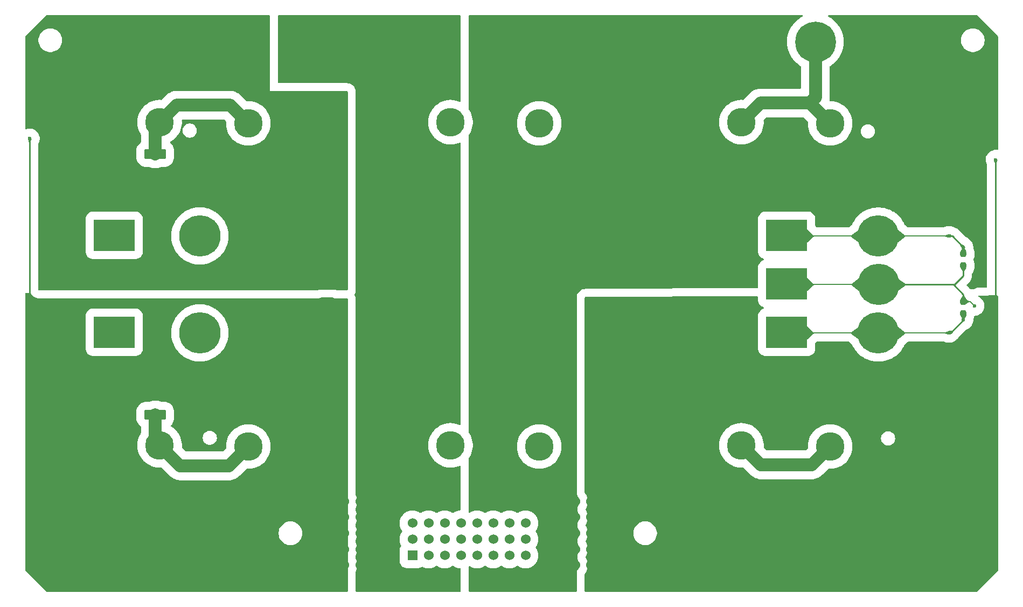
<source format=gbr>
%TF.GenerationSoftware,KiCad,Pcbnew,9.0.1*%
%TF.CreationDate,2025-10-25T17:54:32-05:00*%
%TF.ProjectId,MaxiCarrier,4d617869-4361-4727-9269-65722e6b6963,rev?*%
%TF.SameCoordinates,Original*%
%TF.FileFunction,Copper,L2,Bot*%
%TF.FilePolarity,Positive*%
%FSLAX46Y46*%
G04 Gerber Fmt 4.6, Leading zero omitted, Abs format (unit mm)*
G04 Created by KiCad (PCBNEW 9.0.1) date 2025-10-25 17:54:32*
%MOMM*%
%LPD*%
G01*
G04 APERTURE LIST*
G04 Aperture macros list*
%AMRoundRect*
0 Rectangle with rounded corners*
0 $1 Rounding radius*
0 $2 $3 $4 $5 $6 $7 $8 $9 X,Y pos of 4 corners*
0 Add a 4 corners polygon primitive as box body*
4,1,4,$2,$3,$4,$5,$6,$7,$8,$9,$2,$3,0*
0 Add four circle primitives for the rounded corners*
1,1,$1+$1,$2,$3*
1,1,$1+$1,$4,$5*
1,1,$1+$1,$6,$7*
1,1,$1+$1,$8,$9*
0 Add four rect primitives between the rounded corners*
20,1,$1+$1,$2,$3,$4,$5,0*
20,1,$1+$1,$4,$5,$6,$7,0*
20,1,$1+$1,$6,$7,$8,$9,0*
20,1,$1+$1,$8,$9,$2,$3,0*%
%AMOutline5P*
0 Free polygon, 5 corners , with rotation*
0 The origin of the aperture is its center*
0 number of corners: always 5*
0 $1 to $10 corner X, Y*
0 $11 Rotation angle, in degrees counterclockwise*
0 create outline with 5 corners*
4,1,5,$1,$2,$3,$4,$5,$6,$7,$8,$9,$10,$1,$2,$11*%
%AMOutline6P*
0 Free polygon, 6 corners , with rotation*
0 The origin of the aperture is its center*
0 number of corners: always 6*
0 $1 to $12 corner X, Y*
0 $13 Rotation angle, in degrees counterclockwise*
0 create outline with 6 corners*
4,1,6,$1,$2,$3,$4,$5,$6,$7,$8,$9,$10,$11,$12,$1,$2,$13*%
%AMOutline7P*
0 Free polygon, 7 corners , with rotation*
0 The origin of the aperture is its center*
0 number of corners: always 7*
0 $1 to $14 corner X, Y*
0 $15 Rotation angle, in degrees counterclockwise*
0 create outline with 7 corners*
4,1,7,$1,$2,$3,$4,$5,$6,$7,$8,$9,$10,$11,$12,$13,$14,$1,$2,$15*%
%AMOutline8P*
0 Free polygon, 8 corners , with rotation*
0 The origin of the aperture is its center*
0 number of corners: always 8*
0 $1 to $16 corner X, Y*
0 $17 Rotation angle, in degrees counterclockwise*
0 create outline with 8 corners*
4,1,8,$1,$2,$3,$4,$5,$6,$7,$8,$9,$10,$11,$12,$13,$14,$15,$16,$1,$2,$17*%
G04 Aperture macros list end*
%TA.AperFunction,ComponentPad*%
%ADD10C,3.600000*%
%TD*%
%TA.AperFunction,ConnectorPad*%
%ADD11C,6.400000*%
%TD*%
%TA.AperFunction,ComponentPad*%
%ADD12C,6.500000*%
%TD*%
%TA.AperFunction,ComponentPad*%
%ADD13Outline5P,-2.500000X1.500000X-1.500000X2.500000X2.500000X2.500000X2.500000X-2.500000X-2.500000X-2.500000X0.000000*%
%TD*%
%TA.AperFunction,ComponentPad*%
%ADD14R,6.500000X5.000000*%
%TD*%
%TA.AperFunction,ComponentPad*%
%ADD15Outline5P,-2.500000X1.500000X-1.500000X2.500000X2.500000X2.500000X2.500000X-2.500000X-2.500000X-2.500000X90.000000*%
%TD*%
%TA.AperFunction,ComponentPad*%
%ADD16C,9.000000*%
%TD*%
%TA.AperFunction,ComponentPad*%
%ADD17Outline5P,-4.000000X2.400000X-2.400000X4.000000X4.000000X4.000000X4.000000X-4.000000X-4.000000X-4.000000X180.000000*%
%TD*%
%TA.AperFunction,ComponentPad*%
%ADD18Outline5P,-4.000000X2.400000X-2.400000X4.000000X4.000000X4.000000X4.000000X-4.000000X-4.000000X-4.000000X270.000000*%
%TD*%
%TA.AperFunction,ComponentPad*%
%ADD19C,4.500000*%
%TD*%
%TA.AperFunction,ComponentPad*%
%ADD20RoundRect,0.875000X0.875000X0.875000X-0.875000X0.875000X-0.875000X-0.875000X0.875000X-0.875000X0*%
%TD*%
%TA.AperFunction,ComponentPad*%
%ADD21C,3.500000*%
%TD*%
%TA.AperFunction,ComponentPad*%
%ADD22R,1.530000X1.530000*%
%TD*%
%TA.AperFunction,ComponentPad*%
%ADD23C,1.530000*%
%TD*%
%TA.AperFunction,SMDPad,CuDef*%
%ADD24RoundRect,0.250000X1.450000X-0.537500X1.450000X0.537500X-1.450000X0.537500X-1.450000X-0.537500X0*%
%TD*%
%TA.AperFunction,SMDPad,CuDef*%
%ADD25RoundRect,0.237500X0.237500X-0.250000X0.237500X0.250000X-0.237500X0.250000X-0.237500X-0.250000X0*%
%TD*%
%TA.AperFunction,SMDPad,CuDef*%
%ADD26RoundRect,0.237500X-0.237500X0.250000X-0.237500X-0.250000X0.237500X-0.250000X0.237500X0.250000X0*%
%TD*%
%TA.AperFunction,SMDPad,CuDef*%
%ADD27RoundRect,0.250000X-0.900000X1.500000X-0.900000X-1.500000X0.900000X-1.500000X0.900000X1.500000X0*%
%TD*%
%TA.AperFunction,SMDPad,CuDef*%
%ADD28RoundRect,0.250000X-1.450000X0.537500X-1.450000X-0.537500X1.450000X-0.537500X1.450000X0.537500X0*%
%TD*%
%TA.AperFunction,ViaPad*%
%ADD29C,0.600000*%
%TD*%
%TA.AperFunction,Conductor*%
%ADD30C,2.000000*%
%TD*%
%TA.AperFunction,Conductor*%
%ADD31C,0.250000*%
%TD*%
%TA.AperFunction,Conductor*%
%ADD32C,1.500000*%
%TD*%
%TA.AperFunction,Conductor*%
%ADD33C,0.200000*%
%TD*%
G04 APERTURE END LIST*
D10*
%TO.P,H1,1,1*%
%TO.N,PLATE*%
X151500000Y-31250000D03*
D11*
X151500000Y-31250000D03*
%TD*%
D12*
%TO.P,U1,1,IN+*%
%TO.N,IN+*%
X54750000Y-51608192D03*
D13*
X40806392Y-51501587D03*
D12*
%TO.P,U1,2,PC*%
%TO.N,/PC*%
X54750000Y-61768192D03*
D14*
X41306392Y-61661587D03*
D12*
%TO.P,U1,3,PR*%
%TO.N,unconnected-(U1-PR-Pad3)*%
X54750000Y-77008192D03*
D14*
%TO.N,unconnected-(U1-PR-Pad3)_1*%
X41306392Y-76901587D03*
D12*
%TO.P,U1,4,IN-*%
%TO.N,IN-*%
X54750000Y-87168192D03*
D15*
X40806392Y-87061587D03*
D16*
%TO.P,U1,5,OUT-*%
%TO.N,OUT-*%
X161290000Y-87188192D03*
D17*
X147486392Y-87061587D03*
D12*
%TO.P,U1,6,SENSE-*%
%TO.N,/SNS-*%
X161390000Y-77028192D03*
D14*
X146986392Y-76901587D03*
D12*
%TO.P,U1,7,SC*%
%TO.N,/SC*%
X161400000Y-69408192D03*
D14*
X146986392Y-69281587D03*
D12*
%TO.P,U1,8,SENSE+*%
%TO.N,/SNS+*%
X161390000Y-61788192D03*
D14*
X146986392Y-61661587D03*
D16*
%TO.P,U1,9,OUT+*%
%TO.N,OUT+*%
X161430000Y-51628192D03*
D18*
X147486392Y-51501587D03*
D19*
%TO.P,U1,10,PLATE*%
%TO.N,PLATE*%
X108089955Y-94868187D03*
X62370000Y-94868168D03*
X153809955Y-94868168D03*
X94146347Y-94681827D03*
X48426392Y-94681808D03*
X139866347Y-94681808D03*
X62369958Y-44068192D03*
X153809958Y-44068192D03*
X108090000Y-44068168D03*
X48426350Y-43881832D03*
X139866350Y-43881832D03*
X94146392Y-43881808D03*
%TD*%
D20*
%TO.P,F1,1*%
%TO.N,Unfused_IN+*%
X79605000Y-33250000D03*
X71985000Y-33250000D03*
D21*
%TO.P,F1,2*%
%TO.N,IN+*%
X53015000Y-33250000D03*
X45395000Y-33250000D03*
%TD*%
D22*
%TO.P,J1,01,01*%
%TO.N,/PC*%
X88160000Y-112000000D03*
D23*
%TO.P,J1,02,02*%
%TO.N,unconnected-(J1-Pad02)*%
X90700000Y-112000000D03*
%TO.P,J1,03,03*%
%TO.N,/SNS+*%
X93240000Y-112000000D03*
%TO.P,J1,04,04*%
%TO.N,unconnected-(J1-Pad04)*%
X95780000Y-112000000D03*
%TO.P,J1,05,05*%
%TO.N,/SC*%
X98320000Y-112000000D03*
%TO.P,J1,06,06*%
%TO.N,unconnected-(J1-Pad06)*%
X100860000Y-112000000D03*
%TO.P,J1,07,07*%
%TO.N,/SNS-*%
X103400000Y-112000000D03*
%TO.P,J1,08,08*%
%TO.N,unconnected-(J1-Pad08)*%
X105940000Y-112000000D03*
%TO.P,J1,09,09*%
%TO.N,unconnected-(J1-Pad09)*%
X88160000Y-109460000D03*
%TO.P,J1,10,10*%
%TO.N,unconnected-(J1-Pad10)*%
X90700000Y-109460000D03*
%TO.P,J1,11,11*%
%TO.N,unconnected-(J1-Pad11)*%
X93240000Y-109460000D03*
%TO.P,J1,12,12*%
%TO.N,unconnected-(J1-Pad12)*%
X95780000Y-109460000D03*
%TO.P,J1,13,13*%
%TO.N,unconnected-(J1-Pad13)*%
X98320000Y-109460000D03*
%TO.P,J1,14,14*%
%TO.N,unconnected-(J1-Pad14)*%
X100860000Y-109460000D03*
%TO.P,J1,15,15*%
%TO.N,unconnected-(J1-Pad15)*%
X103400000Y-109460000D03*
%TO.P,J1,16,16*%
%TO.N,unconnected-(J1-Pad16)*%
X105940000Y-109460000D03*
%TO.P,J1,17,17*%
%TO.N,unconnected-(J1-Pad17)*%
X88160000Y-106920000D03*
%TO.P,J1,18,18*%
%TO.N,unconnected-(J1-Pad18)*%
X90700000Y-106920000D03*
%TO.P,J1,19,19*%
%TO.N,unconnected-(J1-Pad19)*%
X93240000Y-106920000D03*
%TO.P,J1,20,20*%
%TO.N,unconnected-(J1-Pad20)*%
X95780000Y-106920000D03*
%TO.P,J1,21,21*%
%TO.N,unconnected-(J1-Pad21)*%
X98320000Y-106920000D03*
%TO.P,J1,22,22*%
%TO.N,unconnected-(J1-Pad22)*%
X100860000Y-106920000D03*
%TO.P,J1,23,23*%
%TO.N,unconnected-(J1-Pad23)*%
X103400000Y-106920000D03*
%TO.P,J1,24,24*%
%TO.N,unconnected-(J1-Pad24)*%
X105940000Y-106920000D03*
%TO.P,J1,P01,P01*%
%TO.N,IN-*%
X74490000Y-103500000D03*
X74490000Y-106000000D03*
X74490000Y-108500000D03*
X74490000Y-111000000D03*
X74490000Y-113500000D03*
X77490000Y-103500000D03*
X77490000Y-106000000D03*
X77490000Y-108500000D03*
X77490000Y-111000000D03*
X77490000Y-113500000D03*
%TO.P,J1,P02,P02*%
%TO.N,Unfused_IN+*%
X79990000Y-103500000D03*
X79990000Y-106000000D03*
X79990000Y-108500000D03*
X79990000Y-111000000D03*
X79990000Y-113500000D03*
X82990000Y-103500000D03*
X82990000Y-106000000D03*
X82990000Y-108500000D03*
X82990000Y-111000000D03*
X82990000Y-113500000D03*
%TO.P,J1,P03,P03*%
%TO.N,OUT+*%
X110750000Y-103500000D03*
X110750000Y-106000000D03*
X110750000Y-108500000D03*
X110750000Y-111000000D03*
X110750000Y-113500000D03*
X113750000Y-103500000D03*
X113750000Y-106000000D03*
X113750000Y-108500000D03*
X113750000Y-111000000D03*
X113750000Y-113500000D03*
%TO.P,J1,P04,P04*%
%TO.N,OUT-*%
X116250000Y-103500000D03*
X116250000Y-106000000D03*
X116250000Y-108500000D03*
X116250000Y-111000000D03*
X116250000Y-113500000D03*
X119250000Y-103500000D03*
X119250000Y-106000000D03*
X119250000Y-108500000D03*
X119250000Y-111000000D03*
X119250000Y-113500000D03*
%TD*%
D24*
%TO.P,C5,1*%
%TO.N,PLATE*%
X147500000Y-97750000D03*
%TO.P,C5,2*%
%TO.N,OUT-*%
X147500000Y-93475000D03*
%TD*%
D25*
%TO.P,R3,1*%
%TO.N,/SC*%
X174750000Y-66412500D03*
%TO.P,R3,2*%
%TO.N,/SNS+*%
X174750000Y-64587500D03*
%TD*%
D26*
%TO.P,R4,1*%
%TO.N,/SC*%
X174750000Y-72087500D03*
%TO.P,R4,2*%
%TO.N,/SNS-*%
X174750000Y-73912500D03*
%TD*%
D27*
%TO.P,D3,1,K*%
%TO.N,IN+*%
X74750000Y-67800000D03*
%TO.P,D3,2,A*%
%TO.N,IN-*%
X74750000Y-73200000D03*
%TD*%
D24*
%TO.P,C2,1*%
%TO.N,IN+*%
X47750000Y-53137500D03*
%TO.P,C2,2*%
%TO.N,PLATE*%
X47750000Y-48862500D03*
%TD*%
D28*
%TO.P,C4,1*%
%TO.N,PLATE*%
X147500000Y-40862500D03*
%TO.P,C4,2*%
%TO.N,OUT+*%
X147500000Y-45137500D03*
%TD*%
%TO.P,C3,1*%
%TO.N,IN-*%
X47750000Y-85612500D03*
%TO.P,C3,2*%
%TO.N,PLATE*%
X47750000Y-89887500D03*
%TD*%
%TO.P,C1,1*%
%TO.N,IN+*%
X67290452Y-68112500D03*
%TO.P,C1,2*%
%TO.N,IN-*%
X67290452Y-72387500D03*
%TD*%
D29*
%TO.N,OUT-*%
X179832000Y-49784000D03*
%TO.N,IN-*%
X28041600Y-46431200D03*
%TO.N,/SC*%
X176500000Y-72750000D03*
%TO.N,/SNS-*%
X174750000Y-75000000D03*
X172500000Y-77000000D03*
%TO.N,/SNS+*%
X174750000Y-63500000D03*
X172500000Y-61750000D03*
%TD*%
D30*
%TO.N,PLATE*%
X151500000Y-39966766D02*
X151500000Y-31250000D01*
X150604266Y-40862500D02*
X151500000Y-39966766D01*
X59525966Y-41224200D02*
X51083982Y-41224200D01*
X51083982Y-41224200D02*
X48426350Y-43881832D01*
X62369958Y-44068192D02*
X59525966Y-41224200D01*
X150604266Y-40862500D02*
X153809958Y-44068192D01*
X147500000Y-40862500D02*
X150604266Y-40862500D01*
X51661584Y-97917000D02*
X48426392Y-94681808D01*
X59321168Y-97917000D02*
X51661584Y-97917000D01*
X62370000Y-94868168D02*
X59321168Y-97917000D01*
D31*
%TO.N,OUT-*%
X179832000Y-49784000D02*
X179832000Y-75010153D01*
%TO.N,IN-*%
X40020787Y-87061587D02*
X40806392Y-87061587D01*
X27990800Y-46482000D02*
X27990800Y-75031600D01*
X28041600Y-46431200D02*
X27990800Y-46482000D01*
X27990800Y-75031600D02*
X40020787Y-87061587D01*
D32*
%TO.N,Unfused_IN+*%
X71985000Y-33250000D02*
X79605000Y-33250000D01*
D33*
%TO.N,/SC*%
X174750000Y-72087500D02*
X175837500Y-72087500D01*
X175837500Y-72087500D02*
X176500000Y-72750000D01*
%TO.N,/SNS-*%
X147609013Y-76901587D02*
X147735618Y-77028192D01*
D31*
X172500000Y-77000000D02*
X172750000Y-77000000D01*
X174750000Y-75000000D02*
X174750000Y-73862500D01*
X172750000Y-77000000D02*
X174750000Y-75000000D01*
D33*
X172471808Y-77028192D02*
X172500000Y-77000000D01*
X147735618Y-77028192D02*
X161390000Y-77028192D01*
X161390000Y-77028192D02*
X172471808Y-77028192D01*
X147486392Y-76901587D02*
X147609013Y-76901587D01*
D30*
%TO.N,PLATE*%
X142885682Y-40862500D02*
X139866350Y-43881832D01*
X47750000Y-48862500D02*
X47750000Y-44558182D01*
X93960008Y-44068192D02*
X94146392Y-43881808D01*
X93960006Y-94868168D02*
X94146347Y-94681827D01*
X108939787Y-94868187D02*
X109126166Y-94681808D01*
X108276336Y-43881832D02*
X108090000Y-44068168D01*
X108089955Y-94868187D02*
X108939787Y-94868187D01*
X47750000Y-44558182D02*
X48426350Y-43881832D01*
X62556342Y-43881808D02*
X62369958Y-44068192D01*
X94332752Y-44068168D02*
X94146392Y-43881808D01*
X62556341Y-94681827D02*
X62370000Y-94868168D01*
X94146347Y-94681827D02*
X94021427Y-94681827D01*
X142934539Y-97750000D02*
X139866347Y-94681808D01*
X94021427Y-94681827D02*
X93835086Y-94868168D01*
X107903595Y-94681827D02*
X108089955Y-94868187D01*
X150928123Y-97750000D02*
X153809955Y-94868168D01*
X147500000Y-40862500D02*
X142885682Y-40862500D01*
X147500000Y-97750000D02*
X150928123Y-97750000D01*
X94146392Y-94681782D02*
X94146347Y-94681827D01*
X94332707Y-94868187D02*
X94146347Y-94681827D01*
X147500000Y-97750000D02*
X142934539Y-97750000D01*
D32*
X139679968Y-94868187D02*
X139866347Y-94681808D01*
D30*
X47750000Y-94005416D02*
X48426392Y-94681808D01*
X94146347Y-43881853D02*
X94146392Y-43881808D01*
X47750000Y-89887500D02*
X47750000Y-94005416D01*
D31*
%TO.N,/SC*%
X174750000Y-72137500D02*
X174750000Y-71000000D01*
X173158192Y-69408192D02*
X161400000Y-69408192D01*
D33*
X147612997Y-69408192D02*
X161400000Y-69408192D01*
D31*
X174750000Y-68000000D02*
X174750000Y-66362500D01*
D33*
X147486392Y-69281587D02*
X147612997Y-69408192D01*
D31*
X173250000Y-69500000D02*
X173158192Y-69408192D01*
X173250000Y-69500000D02*
X174750000Y-68000000D01*
X174750000Y-71000000D02*
X173250000Y-69500000D01*
D33*
%TO.N,/SNS+*%
X147486392Y-61661587D02*
X147612997Y-61788192D01*
X172461808Y-61788192D02*
X172500000Y-61750000D01*
X147612997Y-61788192D02*
X161390000Y-61788192D01*
D31*
X174750000Y-63500000D02*
X173000000Y-61750000D01*
X173000000Y-61750000D02*
X172500000Y-61750000D01*
D33*
X161390000Y-61788192D02*
X172461808Y-61788192D01*
D31*
X174750000Y-64637500D02*
X174750000Y-63500000D01*
%TD*%
%TA.AperFunction,Conductor*%
%TO.N,IN-*%
G36*
X28200531Y-70734744D02*
G01*
X28246041Y-70786104D01*
X28297100Y-70893243D01*
X28297107Y-70893255D01*
X28428660Y-71075885D01*
X28474439Y-71128717D01*
X28501743Y-71159209D01*
X28501750Y-71159215D01*
X28668811Y-71310052D01*
X28860125Y-71428638D01*
X29069530Y-71511154D01*
X29069533Y-71511155D01*
X29069536Y-71511156D01*
X29136575Y-71530841D01*
X29266122Y-71561524D01*
X29490300Y-71581700D01*
X29490307Y-71581700D01*
X73219680Y-71581700D01*
X73227284Y-71581674D01*
X73227742Y-71581673D01*
X73451785Y-71560040D01*
X73496860Y-71551557D01*
X73504874Y-71550022D01*
X73504883Y-71550019D01*
X73504885Y-71550019D01*
X73571009Y-71530841D01*
X73721050Y-71487325D01*
X73770293Y-71468109D01*
X73789903Y-71462271D01*
X73812000Y-71457637D01*
X73837442Y-71455000D01*
X75662556Y-71455000D01*
X75688000Y-71457639D01*
X75710084Y-71462269D01*
X75729710Y-71468111D01*
X75778952Y-71487326D01*
X75786562Y-71490267D01*
X76003140Y-71551557D01*
X76048215Y-71560040D01*
X76054165Y-71561139D01*
X76056236Y-71561523D01*
X76056239Y-71561523D01*
X76056243Y-71561524D01*
X76280421Y-71581700D01*
X76280428Y-71581700D01*
X77876000Y-71581700D01*
X77943039Y-71601385D01*
X77988794Y-71654189D01*
X78000000Y-71705700D01*
X78000000Y-103166075D01*
X77998939Y-103182260D01*
X77974500Y-103367896D01*
X77974500Y-103632103D01*
X77998939Y-103817738D01*
X78000000Y-103833923D01*
X78000000Y-105666075D01*
X77998939Y-105682260D01*
X77974500Y-105867896D01*
X77974500Y-106132103D01*
X77998939Y-106317738D01*
X78000000Y-106333923D01*
X78000000Y-108166075D01*
X77998939Y-108182260D01*
X77974500Y-108367896D01*
X77974500Y-108632103D01*
X77998939Y-108817738D01*
X78000000Y-108833923D01*
X78000000Y-110666075D01*
X77998939Y-110682260D01*
X77974500Y-110867896D01*
X77974500Y-111132103D01*
X77998939Y-111317738D01*
X78000000Y-111333923D01*
X78000000Y-113166075D01*
X77998939Y-113182260D01*
X77974500Y-113367896D01*
X77974500Y-113632103D01*
X77998939Y-113817738D01*
X78000000Y-113833923D01*
X78000000Y-117575500D01*
X77980315Y-117642539D01*
X77927511Y-117688294D01*
X77876000Y-117699500D01*
X30675833Y-117699500D01*
X30608794Y-117679815D01*
X30588152Y-117663181D01*
X27336819Y-114411848D01*
X27303334Y-114350525D01*
X27300500Y-114324167D01*
X27300500Y-108378456D01*
X67135500Y-108378456D01*
X67135500Y-108621543D01*
X67135501Y-108621559D01*
X67167230Y-108862569D01*
X67230149Y-109097386D01*
X67323175Y-109321972D01*
X67323182Y-109321987D01*
X67444730Y-109532516D01*
X67592722Y-109725380D01*
X67592730Y-109725389D01*
X67764611Y-109897270D01*
X67764619Y-109897277D01*
X67957483Y-110045269D01*
X68168012Y-110166817D01*
X68168027Y-110166824D01*
X68284171Y-110214932D01*
X68392612Y-110259850D01*
X68627429Y-110322769D01*
X68868450Y-110354500D01*
X68868457Y-110354500D01*
X69111543Y-110354500D01*
X69111550Y-110354500D01*
X69352571Y-110322769D01*
X69587388Y-110259850D01*
X69811984Y-110166819D01*
X70022516Y-110045269D01*
X70215380Y-109897278D01*
X70215384Y-109897273D01*
X70215389Y-109897270D01*
X70387270Y-109725389D01*
X70387273Y-109725384D01*
X70387278Y-109725380D01*
X70535269Y-109532516D01*
X70656819Y-109321984D01*
X70749850Y-109097388D01*
X70812769Y-108862571D01*
X70844500Y-108621550D01*
X70844500Y-108378450D01*
X70812769Y-108137429D01*
X70749850Y-107902612D01*
X70656819Y-107678016D01*
X70656817Y-107678012D01*
X70535269Y-107467483D01*
X70387277Y-107274619D01*
X70387270Y-107274611D01*
X70215389Y-107102730D01*
X70215380Y-107102722D01*
X70022516Y-106954730D01*
X69811987Y-106833182D01*
X69811972Y-106833175D01*
X69587386Y-106740149D01*
X69352569Y-106677230D01*
X69111559Y-106645501D01*
X69111556Y-106645500D01*
X69111550Y-106645500D01*
X68868450Y-106645500D01*
X68868444Y-106645500D01*
X68868440Y-106645501D01*
X68627430Y-106677230D01*
X68392613Y-106740149D01*
X68168027Y-106833175D01*
X68168012Y-106833182D01*
X67957483Y-106954730D01*
X67764619Y-107102722D01*
X67592722Y-107274619D01*
X67444730Y-107467483D01*
X67323182Y-107678012D01*
X67323175Y-107678027D01*
X67230149Y-107902613D01*
X67167230Y-108137430D01*
X67135501Y-108378440D01*
X67135500Y-108378456D01*
X27300500Y-108378456D01*
X27300500Y-89267149D01*
X44799500Y-89267149D01*
X44799500Y-90507850D01*
X44805918Y-90611235D01*
X44805919Y-90611238D01*
X44856950Y-90854615D01*
X44856953Y-90854625D01*
X44947342Y-91086269D01*
X45074639Y-91299902D01*
X45235348Y-91489649D01*
X45235350Y-91489651D01*
X45425098Y-91650360D01*
X45425101Y-91650361D01*
X45425106Y-91650366D01*
X45438974Y-91658629D01*
X45486487Y-91709853D01*
X45499500Y-91765151D01*
X45499500Y-92723862D01*
X45479815Y-92790901D01*
X45478602Y-92792752D01*
X45420297Y-92880011D01*
X45420292Y-92880020D01*
X45258164Y-93183338D01*
X45258162Y-93183343D01*
X45126542Y-93501101D01*
X45026700Y-93830235D01*
X44959602Y-94167558D01*
X44925892Y-94509842D01*
X44925892Y-94853773D01*
X44959602Y-95196057D01*
X45026700Y-95533380D01*
X45126542Y-95862514D01*
X45258162Y-96180272D01*
X45258164Y-96180277D01*
X45420285Y-96483583D01*
X45420296Y-96483601D01*
X45611367Y-96769559D01*
X45611377Y-96769573D01*
X45829568Y-97035440D01*
X46072759Y-97278631D01*
X46072764Y-97278635D01*
X46072765Y-97278636D01*
X46338632Y-97496827D01*
X46624605Y-97687908D01*
X46624614Y-97687913D01*
X46624616Y-97687914D01*
X46927922Y-97850035D01*
X46927924Y-97850035D01*
X46927930Y-97850039D01*
X47245687Y-97981658D01*
X47574814Y-98081498D01*
X47912142Y-98148597D01*
X48254423Y-98182308D01*
X48254426Y-98182308D01*
X48598356Y-98182308D01*
X48598361Y-98182308D01*
X48672764Y-98174979D01*
X48741408Y-98187997D01*
X48772598Y-98210701D01*
X49965937Y-99404041D01*
X49965938Y-99404042D01*
X50174537Y-99612642D01*
X50174543Y-99612647D01*
X50408590Y-99792238D01*
X50664073Y-99939741D01*
X50664088Y-99939748D01*
X50781544Y-99988399D01*
X50936632Y-100052639D01*
X51221591Y-100128994D01*
X51440956Y-100157873D01*
X51514077Y-100167500D01*
X51514078Y-100167500D01*
X59468668Y-100167500D01*
X59468673Y-100167500D01*
X59468674Y-100167500D01*
X59502700Y-100163020D01*
X59761161Y-100128994D01*
X59985900Y-100068774D01*
X60046120Y-100052639D01*
X60318675Y-99939743D01*
X60574162Y-99792238D01*
X60808210Y-99612646D01*
X61016814Y-99404042D01*
X61016815Y-99404041D01*
X61022178Y-99398678D01*
X61022193Y-99398660D01*
X62023794Y-98397059D01*
X62085115Y-98363576D01*
X62123623Y-98361339D01*
X62198031Y-98368668D01*
X62198036Y-98368668D01*
X62541966Y-98368668D01*
X62541969Y-98368668D01*
X62884250Y-98334957D01*
X63221578Y-98267858D01*
X63550705Y-98168018D01*
X63868462Y-98036399D01*
X64171787Y-97874268D01*
X64457760Y-97683187D01*
X64723627Y-97464996D01*
X64966828Y-97221795D01*
X65185019Y-96955928D01*
X65376100Y-96669955D01*
X65538231Y-96366630D01*
X65669850Y-96048873D01*
X65769690Y-95719746D01*
X65836789Y-95382418D01*
X65870500Y-95040137D01*
X65870500Y-94696199D01*
X65836789Y-94353918D01*
X65769690Y-94016590D01*
X65669850Y-93687463D01*
X65538231Y-93369706D01*
X65376100Y-93066381D01*
X65185019Y-92780408D01*
X64966828Y-92514541D01*
X64966827Y-92514540D01*
X64966823Y-92514535D01*
X64723632Y-92271344D01*
X64457765Y-92053153D01*
X64457764Y-92053152D01*
X64457760Y-92053149D01*
X64178852Y-91866789D01*
X64171793Y-91862072D01*
X64171792Y-91862071D01*
X64171787Y-91862068D01*
X64171782Y-91862065D01*
X64171775Y-91862061D01*
X63868469Y-91699940D01*
X63868464Y-91699938D01*
X63855806Y-91694695D01*
X63735989Y-91645065D01*
X63550706Y-91568318D01*
X63221572Y-91468476D01*
X62884248Y-91401378D01*
X62884249Y-91401378D01*
X62626456Y-91375989D01*
X62541969Y-91367668D01*
X62198031Y-91367668D01*
X62119966Y-91375356D01*
X61855750Y-91401378D01*
X61518427Y-91468476D01*
X61189293Y-91568318D01*
X60871535Y-91699938D01*
X60871530Y-91699940D01*
X60568224Y-91862061D01*
X60568206Y-91862072D01*
X60282248Y-92053143D01*
X60282234Y-92053153D01*
X60016367Y-92271344D01*
X59773176Y-92514535D01*
X59554985Y-92780402D01*
X59554975Y-92780416D01*
X59363904Y-93066374D01*
X59363893Y-93066392D01*
X59201772Y-93369698D01*
X59201770Y-93369703D01*
X59070150Y-93687461D01*
X58970308Y-94016595D01*
X58903210Y-94353918D01*
X58869500Y-94696202D01*
X58869500Y-95040135D01*
X58876827Y-95114541D01*
X58863807Y-95183187D01*
X58841105Y-95214374D01*
X58425300Y-95630181D01*
X58363977Y-95663666D01*
X58337619Y-95666500D01*
X52645134Y-95666500D01*
X52578095Y-95646815D01*
X52557453Y-95630181D01*
X51955285Y-95028014D01*
X51921800Y-94966691D01*
X51919563Y-94928183D01*
X51926892Y-94853777D01*
X51926892Y-94509839D01*
X51893181Y-94167558D01*
X51826082Y-93830230D01*
X51726242Y-93501103D01*
X51684723Y-93400866D01*
X55210500Y-93400866D01*
X55210500Y-93575517D01*
X55228231Y-93687463D01*
X55237819Y-93748001D01*
X55291786Y-93914092D01*
X55371070Y-94069697D01*
X55473721Y-94210983D01*
X55597209Y-94334471D01*
X55738495Y-94437122D01*
X55894100Y-94516406D01*
X56060191Y-94570373D01*
X56146435Y-94584032D01*
X56232675Y-94597692D01*
X56232680Y-94597692D01*
X56407325Y-94597692D01*
X56485724Y-94585274D01*
X56579809Y-94570373D01*
X56745900Y-94516406D01*
X56901505Y-94437122D01*
X57042791Y-94334471D01*
X57166279Y-94210983D01*
X57268930Y-94069697D01*
X57348214Y-93914092D01*
X57402181Y-93748001D01*
X57417082Y-93653916D01*
X57429500Y-93575517D01*
X57429500Y-93400866D01*
X57414598Y-93306787D01*
X57402181Y-93228383D01*
X57348214Y-93062292D01*
X57268930Y-92906687D01*
X57166279Y-92765401D01*
X57042791Y-92641913D01*
X56901505Y-92539262D01*
X56745900Y-92459978D01*
X56579809Y-92406011D01*
X56579803Y-92406010D01*
X56407325Y-92378692D01*
X56407320Y-92378692D01*
X56232680Y-92378692D01*
X56232675Y-92378692D01*
X56060196Y-92406010D01*
X56060194Y-92406010D01*
X56060191Y-92406011D01*
X55894100Y-92459978D01*
X55894097Y-92459979D01*
X55894095Y-92459980D01*
X55738494Y-92539262D01*
X55597207Y-92641914D01*
X55473722Y-92765399D01*
X55371070Y-92906686D01*
X55291788Y-93062287D01*
X55291787Y-93062289D01*
X55291786Y-93062292D01*
X55237819Y-93228383D01*
X55237818Y-93228386D01*
X55237818Y-93228388D01*
X55210500Y-93400866D01*
X51684723Y-93400866D01*
X51594623Y-93183346D01*
X51529915Y-93062287D01*
X51432498Y-92880032D01*
X51432497Y-92880030D01*
X51432492Y-92880021D01*
X51241411Y-92594048D01*
X51023220Y-92328181D01*
X51023219Y-92328180D01*
X51023215Y-92328175D01*
X50780024Y-92084984D01*
X50514157Y-91866793D01*
X50514156Y-91866792D01*
X50514152Y-91866789D01*
X50264442Y-91699938D01*
X50262555Y-91698677D01*
X50217750Y-91645065D01*
X50209043Y-91575740D01*
X50239197Y-91512712D01*
X50251307Y-91500951D01*
X50251321Y-91500938D01*
X50264650Y-91489650D01*
X50367964Y-91367668D01*
X50425360Y-91299902D01*
X50425361Y-91299898D01*
X50425366Y-91299894D01*
X50552656Y-91086273D01*
X50643050Y-90854614D01*
X50694081Y-90611237D01*
X50700500Y-90507842D01*
X50700500Y-89267158D01*
X50694081Y-89163763D01*
X50643050Y-88920386D01*
X50643048Y-88920381D01*
X50643046Y-88920374D01*
X50552657Y-88688730D01*
X50552656Y-88688727D01*
X50425366Y-88475106D01*
X50425363Y-88475103D01*
X50425360Y-88475097D01*
X50264651Y-88285350D01*
X50264649Y-88285348D01*
X50074902Y-88124639D01*
X50074894Y-88124634D01*
X49861273Y-87997344D01*
X49861271Y-87997343D01*
X49861269Y-87997342D01*
X49629625Y-87906953D01*
X49629615Y-87906950D01*
X49386238Y-87855919D01*
X49386235Y-87855918D01*
X49282850Y-87849500D01*
X49282842Y-87849500D01*
X48735338Y-87849500D01*
X48687885Y-87840061D01*
X48474961Y-87751864D01*
X48474954Y-87751862D01*
X48474952Y-87751861D01*
X48189993Y-87675507D01*
X48141113Y-87669071D01*
X47897513Y-87637000D01*
X47897506Y-87637000D01*
X47602494Y-87637000D01*
X47602486Y-87637000D01*
X47324085Y-87673653D01*
X47310007Y-87675507D01*
X47025048Y-87751861D01*
X47025038Y-87751864D01*
X46812115Y-87840061D01*
X46764662Y-87849500D01*
X46217149Y-87849500D01*
X46113764Y-87855918D01*
X46113761Y-87855919D01*
X45870384Y-87906950D01*
X45870374Y-87906953D01*
X45638730Y-87997342D01*
X45425097Y-88124639D01*
X45235350Y-88285348D01*
X45235348Y-88285350D01*
X45074639Y-88475097D01*
X44947342Y-88688730D01*
X44856953Y-88920374D01*
X44856950Y-88920384D01*
X44805919Y-89163761D01*
X44805918Y-89163764D01*
X44799500Y-89267149D01*
X27300500Y-89267149D01*
X27300500Y-74337364D01*
X36805892Y-74337364D01*
X36805892Y-79465795D01*
X36805893Y-79465810D01*
X36816296Y-79598000D01*
X36816297Y-79598007D01*
X36871294Y-79816265D01*
X36871295Y-79816268D01*
X36964383Y-80021209D01*
X36964389Y-80021219D01*
X37092566Y-80206232D01*
X37092570Y-80206237D01*
X37092573Y-80206241D01*
X37251738Y-80365406D01*
X37251742Y-80365409D01*
X37251746Y-80365412D01*
X37390995Y-80461884D01*
X37436766Y-80493594D01*
X37641709Y-80586683D01*
X37641713Y-80586684D01*
X37859971Y-80641681D01*
X37859973Y-80641681D01*
X37859980Y-80641683D01*
X37992175Y-80652087D01*
X44620608Y-80652086D01*
X44752804Y-80641683D01*
X44971075Y-80586683D01*
X45176018Y-80493594D01*
X45361046Y-80365406D01*
X45520211Y-80206241D01*
X45648399Y-80021213D01*
X45741488Y-79816270D01*
X45796488Y-79597999D01*
X45806892Y-79465804D01*
X45806891Y-76811691D01*
X50249500Y-76811691D01*
X50249500Y-77204692D01*
X50283751Y-77596187D01*
X50283751Y-77596191D01*
X50351991Y-77983197D01*
X50351993Y-77983207D01*
X50453707Y-78362808D01*
X50453708Y-78362810D01*
X50453708Y-78362811D01*
X50588124Y-78732113D01*
X50754195Y-79088254D01*
X50754207Y-79088278D01*
X50950695Y-79428604D01*
X50950704Y-79428619D01*
X51176115Y-79750539D01*
X51368793Y-79980163D01*
X51428722Y-80051583D01*
X51706609Y-80329470D01*
X51749431Y-80365402D01*
X52007652Y-80582076D01*
X52007658Y-80582080D01*
X52007659Y-80582081D01*
X52329579Y-80807492D01*
X52669920Y-81003988D01*
X52669934Y-81003994D01*
X52669937Y-81003996D01*
X53026078Y-81170067D01*
X53026083Y-81170068D01*
X53026092Y-81170073D01*
X53395384Y-81304485D01*
X53774985Y-81406199D01*
X54162007Y-81474441D01*
X54553502Y-81508691D01*
X54553503Y-81508692D01*
X54553504Y-81508692D01*
X54946497Y-81508692D01*
X54946497Y-81508691D01*
X55337993Y-81474441D01*
X55725015Y-81406199D01*
X56104616Y-81304485D01*
X56473908Y-81170073D01*
X56830080Y-81003988D01*
X57170421Y-80807492D01*
X57492341Y-80582081D01*
X57793391Y-80329470D01*
X58071278Y-80051583D01*
X58323889Y-79750533D01*
X58549300Y-79428613D01*
X58745796Y-79088272D01*
X58911881Y-78732100D01*
X59046293Y-78362808D01*
X59148007Y-77983207D01*
X59216249Y-77596185D01*
X59250500Y-77204688D01*
X59250500Y-76811696D01*
X59216249Y-76420199D01*
X59148007Y-76033177D01*
X59046293Y-75653576D01*
X58911881Y-75284284D01*
X58911876Y-75284275D01*
X58911875Y-75284270D01*
X58745804Y-74928129D01*
X58745792Y-74928105D01*
X58733455Y-74906738D01*
X58549300Y-74587771D01*
X58323889Y-74265851D01*
X58323888Y-74265850D01*
X58323884Y-74265844D01*
X58089825Y-73986905D01*
X58071278Y-73964801D01*
X57793391Y-73686914D01*
X57721971Y-73626985D01*
X57492347Y-73434307D01*
X57170427Y-73208896D01*
X57170424Y-73208894D01*
X57170421Y-73208892D01*
X57069305Y-73150512D01*
X56830086Y-73012399D01*
X56830062Y-73012387D01*
X56473921Y-72846316D01*
X56473910Y-72846312D01*
X56473908Y-72846311D01*
X56104616Y-72711899D01*
X55863960Y-72647415D01*
X55725016Y-72610185D01*
X55725005Y-72610183D01*
X55337997Y-72541943D01*
X54946500Y-72507692D01*
X54946496Y-72507692D01*
X54553504Y-72507692D01*
X54553499Y-72507692D01*
X54162004Y-72541943D01*
X54162000Y-72541943D01*
X53774994Y-72610183D01*
X53774983Y-72610185D01*
X53571555Y-72664694D01*
X53395384Y-72711899D01*
X53395381Y-72711900D01*
X53395380Y-72711900D01*
X53026078Y-72846316D01*
X52669937Y-73012387D01*
X52669913Y-73012399D01*
X52329587Y-73208887D01*
X52329572Y-73208896D01*
X52007652Y-73434307D01*
X51706606Y-73686916D01*
X51428724Y-73964798D01*
X51176115Y-74265844D01*
X50950704Y-74587764D01*
X50950695Y-74587779D01*
X50754207Y-74928105D01*
X50754195Y-74928129D01*
X50588124Y-75284270D01*
X50453708Y-75653572D01*
X50453708Y-75653574D01*
X50351993Y-76033175D01*
X50351991Y-76033186D01*
X50283751Y-76420192D01*
X50283751Y-76420196D01*
X50249500Y-76811691D01*
X45806891Y-76811691D01*
X45806891Y-74337371D01*
X45796488Y-74205175D01*
X45741488Y-73986904D01*
X45648399Y-73781961D01*
X45520211Y-73596933D01*
X45361046Y-73437768D01*
X45361042Y-73437765D01*
X45361037Y-73437761D01*
X45176024Y-73309584D01*
X45176022Y-73309582D01*
X45176018Y-73309580D01*
X44971075Y-73216491D01*
X44971073Y-73216490D01*
X44971070Y-73216489D01*
X44752812Y-73161492D01*
X44752805Y-73161491D01*
X44708739Y-73158023D01*
X44620609Y-73151087D01*
X44620607Y-73151087D01*
X37992183Y-73151087D01*
X37992168Y-73151088D01*
X37859978Y-73161491D01*
X37859971Y-73161492D01*
X37641713Y-73216489D01*
X37641710Y-73216490D01*
X37436769Y-73309578D01*
X37436759Y-73309584D01*
X37251746Y-73437761D01*
X37251734Y-73437771D01*
X37092576Y-73596929D01*
X37092566Y-73596941D01*
X36964389Y-73781954D01*
X36964383Y-73781964D01*
X36871295Y-73986905D01*
X36871294Y-73986908D01*
X36816297Y-74205166D01*
X36816296Y-74205173D01*
X36805892Y-74337364D01*
X27300500Y-74337364D01*
X27300500Y-70843600D01*
X27320185Y-70776561D01*
X27372989Y-70730806D01*
X27423771Y-70719602D01*
X28133381Y-70715453D01*
X28200531Y-70734744D01*
G37*
%TD.AperFunction*%
%TD*%
%TA.AperFunction,Conductor*%
%TO.N,IN+*%
G36*
X65693039Y-27070185D02*
G01*
X65738794Y-27122989D01*
X65750000Y-27174500D01*
X65750000Y-39000000D01*
X77876000Y-39000000D01*
X77943039Y-39019685D01*
X77988794Y-39072489D01*
X78000000Y-39124000D01*
X78000000Y-70202200D01*
X77980315Y-70269239D01*
X77927511Y-70314994D01*
X77876000Y-70326200D01*
X76280421Y-70326200D01*
X76235346Y-70317717D01*
X76079625Y-70256953D01*
X76079615Y-70256950D01*
X75836238Y-70205919D01*
X75836235Y-70205918D01*
X75732850Y-70199500D01*
X75732842Y-70199500D01*
X73767158Y-70199500D01*
X73767149Y-70199500D01*
X73663764Y-70205918D01*
X73663761Y-70205919D01*
X73420384Y-70256950D01*
X73420374Y-70256953D01*
X73264654Y-70317717D01*
X73219579Y-70326200D01*
X29490300Y-70326200D01*
X29423261Y-70306515D01*
X29377506Y-70253711D01*
X29366300Y-70202200D01*
X29366300Y-59097364D01*
X36805892Y-59097364D01*
X36805892Y-64225795D01*
X36805893Y-64225810D01*
X36816296Y-64358000D01*
X36816297Y-64358007D01*
X36871294Y-64576265D01*
X36871295Y-64576268D01*
X36964383Y-64781209D01*
X36964389Y-64781219D01*
X37092566Y-64966232D01*
X37092570Y-64966237D01*
X37092573Y-64966241D01*
X37251738Y-65125406D01*
X37251742Y-65125409D01*
X37251746Y-65125412D01*
X37390995Y-65221884D01*
X37436766Y-65253594D01*
X37641709Y-65346683D01*
X37641713Y-65346684D01*
X37859971Y-65401681D01*
X37859973Y-65401681D01*
X37859980Y-65401683D01*
X37992175Y-65412087D01*
X44620608Y-65412086D01*
X44752804Y-65401683D01*
X44971075Y-65346683D01*
X45176018Y-65253594D01*
X45361046Y-65125406D01*
X45520211Y-64966241D01*
X45648399Y-64781213D01*
X45741488Y-64576270D01*
X45796488Y-64357999D01*
X45806892Y-64225804D01*
X45806891Y-61571691D01*
X50249500Y-61571691D01*
X50249500Y-61964692D01*
X50283751Y-62356187D01*
X50283751Y-62356191D01*
X50351991Y-62743197D01*
X50351993Y-62743207D01*
X50453707Y-63122808D01*
X50453708Y-63122810D01*
X50453708Y-63122811D01*
X50588124Y-63492113D01*
X50754195Y-63848254D01*
X50754207Y-63848278D01*
X50950695Y-64188604D01*
X50950704Y-64188619D01*
X51176115Y-64510539D01*
X51368793Y-64740163D01*
X51428722Y-64811583D01*
X51706609Y-65089470D01*
X51749431Y-65125402D01*
X52007652Y-65342076D01*
X52007658Y-65342080D01*
X52007659Y-65342081D01*
X52329579Y-65567492D01*
X52669920Y-65763988D01*
X52669934Y-65763994D01*
X52669937Y-65763996D01*
X53026078Y-65930067D01*
X53026083Y-65930068D01*
X53026092Y-65930073D01*
X53395384Y-66064485D01*
X53774985Y-66166199D01*
X54162007Y-66234441D01*
X54553502Y-66268691D01*
X54553503Y-66268692D01*
X54553504Y-66268692D01*
X54946497Y-66268692D01*
X54946497Y-66268691D01*
X55337993Y-66234441D01*
X55725015Y-66166199D01*
X56104616Y-66064485D01*
X56473908Y-65930073D01*
X56830080Y-65763988D01*
X57170421Y-65567492D01*
X57492341Y-65342081D01*
X57793391Y-65089470D01*
X58071278Y-64811583D01*
X58323889Y-64510533D01*
X58549300Y-64188613D01*
X58745796Y-63848272D01*
X58911881Y-63492100D01*
X59046293Y-63122808D01*
X59148007Y-62743207D01*
X59216249Y-62356185D01*
X59250500Y-61964688D01*
X59250500Y-61571696D01*
X59216249Y-61180199D01*
X59148007Y-60793177D01*
X59046293Y-60413576D01*
X58911881Y-60044284D01*
X58911876Y-60044275D01*
X58911875Y-60044270D01*
X58745804Y-59688129D01*
X58745792Y-59688105D01*
X58733455Y-59666738D01*
X58549300Y-59347771D01*
X58323889Y-59025851D01*
X58323888Y-59025850D01*
X58323884Y-59025844D01*
X58089825Y-58746905D01*
X58071278Y-58724801D01*
X57793391Y-58446914D01*
X57721971Y-58386985D01*
X57492347Y-58194307D01*
X57170427Y-57968896D01*
X57170424Y-57968894D01*
X57170421Y-57968892D01*
X57069305Y-57910512D01*
X56830086Y-57772399D01*
X56830062Y-57772387D01*
X56473921Y-57606316D01*
X56473910Y-57606312D01*
X56473908Y-57606311D01*
X56104616Y-57471899D01*
X55863960Y-57407415D01*
X55725016Y-57370185D01*
X55725005Y-57370183D01*
X55337997Y-57301943D01*
X54946500Y-57267692D01*
X54946496Y-57267692D01*
X54553504Y-57267692D01*
X54553499Y-57267692D01*
X54162004Y-57301943D01*
X54162000Y-57301943D01*
X53774994Y-57370183D01*
X53774983Y-57370185D01*
X53571555Y-57424694D01*
X53395384Y-57471899D01*
X53395381Y-57471900D01*
X53395380Y-57471900D01*
X53026078Y-57606316D01*
X52669937Y-57772387D01*
X52669913Y-57772399D01*
X52329587Y-57968887D01*
X52329572Y-57968896D01*
X52007652Y-58194307D01*
X51706606Y-58446916D01*
X51428724Y-58724798D01*
X51176115Y-59025844D01*
X50950704Y-59347764D01*
X50950695Y-59347779D01*
X50754207Y-59688105D01*
X50754195Y-59688129D01*
X50588124Y-60044270D01*
X50453708Y-60413572D01*
X50453708Y-60413574D01*
X50351993Y-60793175D01*
X50351991Y-60793186D01*
X50283751Y-61180192D01*
X50283751Y-61180196D01*
X50249500Y-61571691D01*
X45806891Y-61571691D01*
X45806891Y-59097371D01*
X45796488Y-58965175D01*
X45741488Y-58746904D01*
X45648399Y-58541961D01*
X45520211Y-58356933D01*
X45361046Y-58197768D01*
X45361042Y-58197765D01*
X45361037Y-58197761D01*
X45176024Y-58069584D01*
X45176022Y-58069582D01*
X45176018Y-58069580D01*
X44971075Y-57976491D01*
X44971073Y-57976490D01*
X44971070Y-57976489D01*
X44752812Y-57921492D01*
X44752805Y-57921491D01*
X44708739Y-57918023D01*
X44620609Y-57911087D01*
X44620607Y-57911087D01*
X37992183Y-57911087D01*
X37992168Y-57911088D01*
X37859978Y-57921491D01*
X37859971Y-57921492D01*
X37641713Y-57976489D01*
X37641710Y-57976490D01*
X37436769Y-58069578D01*
X37436759Y-58069584D01*
X37251746Y-58197761D01*
X37251734Y-58197771D01*
X37092576Y-58356929D01*
X37092566Y-58356941D01*
X36964389Y-58541954D01*
X36964383Y-58541964D01*
X36871295Y-58746905D01*
X36871294Y-58746908D01*
X36816297Y-58965166D01*
X36816296Y-58965173D01*
X36805892Y-59097364D01*
X29366300Y-59097364D01*
X29366300Y-48242149D01*
X44799500Y-48242149D01*
X44799500Y-49482850D01*
X44805918Y-49586235D01*
X44805919Y-49586238D01*
X44856950Y-49829615D01*
X44856953Y-49829625D01*
X44947342Y-50061269D01*
X45074639Y-50274902D01*
X45235348Y-50464649D01*
X45235350Y-50464651D01*
X45425097Y-50625360D01*
X45425103Y-50625363D01*
X45425106Y-50625366D01*
X45638727Y-50752656D01*
X45638730Y-50752657D01*
X45870374Y-50843046D01*
X45870381Y-50843048D01*
X45870386Y-50843050D01*
X46113763Y-50894081D01*
X46217158Y-50900500D01*
X46764662Y-50900500D01*
X46812114Y-50909938D01*
X47025048Y-50998139D01*
X47310007Y-51074493D01*
X47602494Y-51113000D01*
X47602501Y-51113000D01*
X47897499Y-51113000D01*
X47897506Y-51113000D01*
X48189993Y-51074493D01*
X48474952Y-50998139D01*
X48687885Y-50909938D01*
X48735338Y-50900500D01*
X49282831Y-50900500D01*
X49282842Y-50900500D01*
X49386237Y-50894081D01*
X49629614Y-50843050D01*
X49629621Y-50843046D01*
X49629625Y-50843046D01*
X49708980Y-50812080D01*
X49861273Y-50752656D01*
X50074894Y-50625366D01*
X50074898Y-50625361D01*
X50074902Y-50625360D01*
X50264649Y-50464651D01*
X50264651Y-50464649D01*
X50425360Y-50274902D01*
X50425361Y-50274898D01*
X50425366Y-50274894D01*
X50552656Y-50061273D01*
X50643050Y-49829614D01*
X50694081Y-49586237D01*
X50700500Y-49482842D01*
X50700500Y-48242158D01*
X50694081Y-48138763D01*
X50643050Y-47895386D01*
X50643048Y-47895381D01*
X50643046Y-47895374D01*
X50552657Y-47663730D01*
X50552656Y-47663727D01*
X50425366Y-47450106D01*
X50425363Y-47450103D01*
X50425360Y-47450097D01*
X50264651Y-47260350D01*
X50264650Y-47260349D01*
X50120205Y-47138010D01*
X50081770Y-47079662D01*
X50080983Y-47009797D01*
X50118092Y-46950596D01*
X50141885Y-46934034D01*
X50228137Y-46887932D01*
X50514110Y-46696851D01*
X50779977Y-46478660D01*
X51023178Y-46235459D01*
X51241369Y-45969592D01*
X51432450Y-45683619D01*
X51594581Y-45380294D01*
X51702039Y-45120866D01*
X52050500Y-45120866D01*
X52050500Y-45295517D01*
X52070394Y-45421123D01*
X52077819Y-45468001D01*
X52131786Y-45634092D01*
X52211070Y-45789697D01*
X52313721Y-45930983D01*
X52437209Y-46054471D01*
X52578495Y-46157122D01*
X52734100Y-46236406D01*
X52900191Y-46290373D01*
X52986435Y-46304032D01*
X53072675Y-46317692D01*
X53072680Y-46317692D01*
X53247325Y-46317692D01*
X53325724Y-46305274D01*
X53419809Y-46290373D01*
X53585900Y-46236406D01*
X53741505Y-46157122D01*
X53882791Y-46054471D01*
X54006279Y-45930983D01*
X54108930Y-45789697D01*
X54188214Y-45634092D01*
X54242181Y-45468001D01*
X54257082Y-45373916D01*
X54269500Y-45295517D01*
X54269500Y-45120866D01*
X54249453Y-44994297D01*
X54242181Y-44948383D01*
X54188214Y-44782292D01*
X54108930Y-44626687D01*
X54006279Y-44485401D01*
X53882791Y-44361913D01*
X53741505Y-44259262D01*
X53585900Y-44179978D01*
X53419809Y-44126011D01*
X53419803Y-44126010D01*
X53247325Y-44098692D01*
X53247320Y-44098692D01*
X53072680Y-44098692D01*
X53072675Y-44098692D01*
X52900196Y-44126010D01*
X52900194Y-44126010D01*
X52900191Y-44126011D01*
X52734100Y-44179978D01*
X52734097Y-44179979D01*
X52734095Y-44179980D01*
X52578494Y-44259262D01*
X52437207Y-44361914D01*
X52313722Y-44485399D01*
X52211070Y-44626686D01*
X52131788Y-44782287D01*
X52131787Y-44782289D01*
X52131786Y-44782292D01*
X52077819Y-44948383D01*
X52077818Y-44948386D01*
X52077818Y-44948388D01*
X52050500Y-45120866D01*
X51702039Y-45120866D01*
X51726200Y-45062537D01*
X51826040Y-44733410D01*
X51893139Y-44396082D01*
X51926850Y-44053801D01*
X51926850Y-43709863D01*
X51919521Y-43635458D01*
X51919842Y-43633763D01*
X51919240Y-43632147D01*
X51926324Y-43599586D01*
X51932539Y-43566815D01*
X51933844Y-43565021D01*
X51934094Y-43563875D01*
X51955241Y-43535626D01*
X51979854Y-43511015D01*
X52041179Y-43477533D01*
X52067532Y-43474700D01*
X58542417Y-43474700D01*
X58609456Y-43494385D01*
X58630098Y-43511019D01*
X58841063Y-43721984D01*
X58874548Y-43783307D01*
X58876785Y-43821817D01*
X58870076Y-43889938D01*
X58869458Y-43896223D01*
X58869458Y-44240161D01*
X58879709Y-44344246D01*
X58903168Y-44582441D01*
X58970266Y-44919764D01*
X59070108Y-45248898D01*
X59201728Y-45566656D01*
X59201730Y-45566661D01*
X59363851Y-45869967D01*
X59363862Y-45869985D01*
X59554933Y-46155943D01*
X59554943Y-46155957D01*
X59773134Y-46421824D01*
X60016325Y-46665015D01*
X60016330Y-46665019D01*
X60016331Y-46665020D01*
X60282198Y-46883211D01*
X60568171Y-47074292D01*
X60568180Y-47074297D01*
X60568182Y-47074298D01*
X60871488Y-47236419D01*
X60871490Y-47236419D01*
X60871496Y-47236423D01*
X61189253Y-47368042D01*
X61518380Y-47467882D01*
X61855708Y-47534981D01*
X62197989Y-47568692D01*
X62197992Y-47568692D01*
X62541924Y-47568692D01*
X62541927Y-47568692D01*
X62884208Y-47534981D01*
X63221536Y-47467882D01*
X63550663Y-47368042D01*
X63868420Y-47236423D01*
X64171745Y-47074292D01*
X64457718Y-46883211D01*
X64723585Y-46665020D01*
X64966786Y-46421819D01*
X65184977Y-46155952D01*
X65376058Y-45869979D01*
X65538189Y-45566654D01*
X65669808Y-45248897D01*
X65769648Y-44919770D01*
X65836747Y-44582442D01*
X65870458Y-44240161D01*
X65870458Y-43896223D01*
X65836747Y-43553942D01*
X65769648Y-43216614D01*
X65669808Y-42887487D01*
X65538189Y-42569730D01*
X65376058Y-42266405D01*
X65184977Y-41980432D01*
X64966786Y-41714565D01*
X64966785Y-41714564D01*
X64966781Y-41714559D01*
X64723590Y-41471368D01*
X64457723Y-41253177D01*
X64457722Y-41253176D01*
X64457718Y-41253173D01*
X64178810Y-41066813D01*
X64171751Y-41062096D01*
X64171750Y-41062095D01*
X64171745Y-41062092D01*
X64171740Y-41062089D01*
X64171733Y-41062085D01*
X63868427Y-40899964D01*
X63868422Y-40899962D01*
X63809935Y-40875736D01*
X63775352Y-40861411D01*
X63550664Y-40768342D01*
X63221530Y-40668500D01*
X62884206Y-40601402D01*
X62884207Y-40601402D01*
X62616321Y-40575019D01*
X62541927Y-40567692D01*
X62197989Y-40567692D01*
X62186399Y-40568833D01*
X62123583Y-40575019D01*
X62054937Y-40561999D01*
X62023750Y-40539297D01*
X61224737Y-39740284D01*
X61224709Y-39740254D01*
X61013013Y-39528558D01*
X61013006Y-39528552D01*
X60778959Y-39348961D01*
X60523476Y-39201458D01*
X60523461Y-39201451D01*
X60250918Y-39088561D01*
X60190698Y-39072425D01*
X60190698Y-39072424D01*
X59965957Y-39012205D01*
X59746682Y-38983337D01*
X59707498Y-38978179D01*
X59707497Y-38978178D01*
X59673473Y-38973700D01*
X59673472Y-38973700D01*
X50936476Y-38973700D01*
X50936474Y-38973700D01*
X50902449Y-38978178D01*
X50902449Y-38978179D01*
X50868423Y-38982658D01*
X50643990Y-39012205D01*
X50419248Y-39072425D01*
X50419247Y-39072424D01*
X50359035Y-39088559D01*
X50359033Y-39088559D01*
X50086481Y-39201454D01*
X50086471Y-39201458D01*
X49830988Y-39348961D01*
X49596941Y-39528552D01*
X49596935Y-39528557D01*
X49388336Y-39737158D01*
X49388332Y-39737162D01*
X48772556Y-40352937D01*
X48711233Y-40386422D01*
X48672723Y-40388659D01*
X48611372Y-40382617D01*
X48598319Y-40381332D01*
X48254381Y-40381332D01*
X48179987Y-40388659D01*
X47912100Y-40415042D01*
X47574777Y-40482140D01*
X47245643Y-40581982D01*
X46927885Y-40713602D01*
X46927880Y-40713604D01*
X46624574Y-40875725D01*
X46624556Y-40875736D01*
X46338598Y-41066807D01*
X46338584Y-41066817D01*
X46072717Y-41285008D01*
X45829526Y-41528199D01*
X45611335Y-41794066D01*
X45611325Y-41794080D01*
X45420254Y-42080038D01*
X45420243Y-42080056D01*
X45258122Y-42383362D01*
X45258120Y-42383367D01*
X45126500Y-42701125D01*
X45026658Y-43030259D01*
X44959560Y-43367582D01*
X44938926Y-43577095D01*
X44925850Y-43709863D01*
X44925850Y-44053801D01*
X44932962Y-44126010D01*
X44959560Y-44396081D01*
X45026658Y-44733404D01*
X45126500Y-45062538D01*
X45258120Y-45380296D01*
X45258122Y-45380301D01*
X45420243Y-45683607D01*
X45420247Y-45683614D01*
X45420250Y-45683619D01*
X45478602Y-45770949D01*
X45499480Y-45837625D01*
X45499500Y-45839839D01*
X45499500Y-46984847D01*
X45479815Y-47051886D01*
X45438978Y-47091367D01*
X45425107Y-47099633D01*
X45425100Y-47099637D01*
X45235350Y-47260348D01*
X45235348Y-47260350D01*
X45074639Y-47450097D01*
X44947342Y-47663730D01*
X44856953Y-47895374D01*
X44856950Y-47895384D01*
X44805919Y-48138761D01*
X44805918Y-48138764D01*
X44799500Y-48242149D01*
X29366300Y-48242149D01*
X29366300Y-47309879D01*
X29367873Y-47301905D01*
X29366972Y-47296991D01*
X29375598Y-47262767D01*
X29376592Y-47260348D01*
X29446593Y-47089916D01*
X29450808Y-47080741D01*
X29478502Y-47026389D01*
X29478503Y-47026387D01*
X29478504Y-47026385D01*
X29512526Y-46921675D01*
X29531831Y-46867483D01*
X29532476Y-46865358D01*
X29536753Y-46847111D01*
X29553921Y-46794276D01*
X29563877Y-46731412D01*
X29569366Y-46708002D01*
X29571019Y-46686324D01*
X29592100Y-46553227D01*
X29592100Y-46309173D01*
X29553921Y-46068124D01*
X29478504Y-45836015D01*
X29367706Y-45618561D01*
X29329995Y-45566656D01*
X29224260Y-45421123D01*
X29224256Y-45421118D01*
X29051681Y-45248543D01*
X29051676Y-45248539D01*
X28854242Y-45105096D01*
X28854241Y-45105095D01*
X28854239Y-45105094D01*
X28636785Y-44994296D01*
X28404676Y-44918879D01*
X28404674Y-44918878D01*
X28404672Y-44918878D01*
X28236108Y-44892180D01*
X28163627Y-44880700D01*
X27919573Y-44880700D01*
X27863693Y-44889550D01*
X27678527Y-44918878D01*
X27678526Y-44918878D01*
X27462818Y-44988966D01*
X27392977Y-44990961D01*
X27333144Y-44954881D01*
X27302316Y-44892180D01*
X27300500Y-44871035D01*
X27300500Y-30878456D01*
X29395500Y-30878456D01*
X29395500Y-31121543D01*
X29395501Y-31121559D01*
X29427230Y-31362569D01*
X29490149Y-31597386D01*
X29583175Y-31821972D01*
X29583182Y-31821987D01*
X29704730Y-32032516D01*
X29852722Y-32225380D01*
X29852730Y-32225389D01*
X30024611Y-32397270D01*
X30024619Y-32397277D01*
X30217483Y-32545269D01*
X30428012Y-32666817D01*
X30428027Y-32666824D01*
X30544171Y-32714932D01*
X30652612Y-32759850D01*
X30887429Y-32822769D01*
X31128450Y-32854500D01*
X31128457Y-32854500D01*
X31371543Y-32854500D01*
X31371550Y-32854500D01*
X31612571Y-32822769D01*
X31847388Y-32759850D01*
X32071984Y-32666819D01*
X32282516Y-32545269D01*
X32475380Y-32397278D01*
X32475384Y-32397273D01*
X32475389Y-32397270D01*
X32647270Y-32225389D01*
X32647273Y-32225384D01*
X32647278Y-32225380D01*
X32795269Y-32032516D01*
X32916819Y-31821984D01*
X33009850Y-31597388D01*
X33072769Y-31362571D01*
X33104500Y-31121550D01*
X33104500Y-30878450D01*
X33072769Y-30637429D01*
X33009850Y-30402612D01*
X32916819Y-30178016D01*
X32819550Y-30009540D01*
X32795269Y-29967483D01*
X32647277Y-29774619D01*
X32647270Y-29774611D01*
X32475389Y-29602730D01*
X32475380Y-29602722D01*
X32282516Y-29454730D01*
X32071987Y-29333182D01*
X32071972Y-29333175D01*
X31847386Y-29240149D01*
X31612569Y-29177230D01*
X31371559Y-29145501D01*
X31371556Y-29145500D01*
X31371550Y-29145500D01*
X31128450Y-29145500D01*
X31128444Y-29145500D01*
X31128440Y-29145501D01*
X30887430Y-29177230D01*
X30652613Y-29240149D01*
X30428027Y-29333175D01*
X30428012Y-29333182D01*
X30217483Y-29454730D01*
X30024619Y-29602722D01*
X29852722Y-29774619D01*
X29704730Y-29967483D01*
X29583182Y-30178012D01*
X29583175Y-30178027D01*
X29490149Y-30402613D01*
X29427230Y-30637430D01*
X29395501Y-30878440D01*
X29395500Y-30878456D01*
X27300500Y-30878456D01*
X27300500Y-30425833D01*
X27320185Y-30358794D01*
X27336819Y-30338152D01*
X30588152Y-27086819D01*
X30649475Y-27053334D01*
X30675833Y-27050500D01*
X65626000Y-27050500D01*
X65693039Y-27070185D01*
G37*
%TD.AperFunction*%
%TD*%
%TA.AperFunction,Conductor*%
%TO.N,OUT-*%
G36*
X180142166Y-71128111D02*
G01*
X180188110Y-71180751D01*
X180199500Y-71232665D01*
X180199500Y-114324167D01*
X180179815Y-114391206D01*
X180163181Y-114411848D01*
X176911848Y-117663181D01*
X176850525Y-117696666D01*
X176824167Y-117699500D01*
X115374000Y-117699500D01*
X115306961Y-117679815D01*
X115261206Y-117627011D01*
X115250000Y-117575500D01*
X115250000Y-114898076D01*
X115269685Y-114831037D01*
X115275624Y-114822590D01*
X115315750Y-114770296D01*
X115429423Y-114622155D01*
X115561526Y-114393346D01*
X115662633Y-114149251D01*
X115731015Y-113894048D01*
X115765500Y-113632103D01*
X115765500Y-113367897D01*
X115731015Y-113105952D01*
X115662633Y-112850749D01*
X115561526Y-112606654D01*
X115429423Y-112377845D01*
X115389246Y-112325486D01*
X115364052Y-112260318D01*
X115378090Y-112191873D01*
X115389247Y-112174513D01*
X115429415Y-112122165D01*
X115429423Y-112122155D01*
X115561526Y-111893346D01*
X115662633Y-111649251D01*
X115731015Y-111394048D01*
X115765500Y-111132103D01*
X115765500Y-110867897D01*
X115731015Y-110605952D01*
X115662633Y-110350749D01*
X115561526Y-110106654D01*
X115429423Y-109877845D01*
X115389246Y-109825486D01*
X115364052Y-109760318D01*
X115378090Y-109691873D01*
X115389247Y-109674513D01*
X115429415Y-109622165D01*
X115429423Y-109622155D01*
X115561526Y-109393346D01*
X115662633Y-109149251D01*
X115731015Y-108894048D01*
X115765500Y-108632103D01*
X115765500Y-108378456D01*
X122895500Y-108378456D01*
X122895500Y-108621543D01*
X122895501Y-108621559D01*
X122927230Y-108862569D01*
X122990149Y-109097386D01*
X123083175Y-109321972D01*
X123083182Y-109321987D01*
X123204730Y-109532516D01*
X123352722Y-109725380D01*
X123352730Y-109725389D01*
X123524611Y-109897270D01*
X123524619Y-109897277D01*
X123717483Y-110045269D01*
X123928012Y-110166817D01*
X123928027Y-110166824D01*
X124044171Y-110214932D01*
X124152612Y-110259850D01*
X124387429Y-110322769D01*
X124628450Y-110354500D01*
X124628457Y-110354500D01*
X124871543Y-110354500D01*
X124871550Y-110354500D01*
X125112571Y-110322769D01*
X125347388Y-110259850D01*
X125571984Y-110166819D01*
X125782516Y-110045269D01*
X125975380Y-109897278D01*
X125975384Y-109897273D01*
X125975389Y-109897270D01*
X126147270Y-109725389D01*
X126147273Y-109725384D01*
X126147278Y-109725380D01*
X126295269Y-109532516D01*
X126416819Y-109321984D01*
X126509850Y-109097388D01*
X126572769Y-108862571D01*
X126604500Y-108621550D01*
X126604500Y-108378450D01*
X126572769Y-108137429D01*
X126509850Y-107902612D01*
X126416819Y-107678016D01*
X126375622Y-107606660D01*
X126295269Y-107467483D01*
X126147277Y-107274619D01*
X126147270Y-107274611D01*
X125975389Y-107102730D01*
X125975380Y-107102722D01*
X125782516Y-106954730D01*
X125571987Y-106833182D01*
X125571972Y-106833175D01*
X125347386Y-106740149D01*
X125112569Y-106677230D01*
X124871559Y-106645501D01*
X124871556Y-106645500D01*
X124871550Y-106645500D01*
X124628450Y-106645500D01*
X124628444Y-106645500D01*
X124628440Y-106645501D01*
X124387430Y-106677230D01*
X124152613Y-106740149D01*
X123928027Y-106833175D01*
X123928012Y-106833182D01*
X123717483Y-106954730D01*
X123524619Y-107102722D01*
X123352722Y-107274619D01*
X123204730Y-107467483D01*
X123083182Y-107678012D01*
X123083175Y-107678027D01*
X122990149Y-107902613D01*
X122927230Y-108137430D01*
X122895501Y-108378440D01*
X122895500Y-108378456D01*
X115765500Y-108378456D01*
X115765500Y-108367897D01*
X115731015Y-108105952D01*
X115662633Y-107850749D01*
X115561526Y-107606654D01*
X115429423Y-107377845D01*
X115389246Y-107325486D01*
X115364052Y-107260318D01*
X115378090Y-107191873D01*
X115389247Y-107174513D01*
X115429415Y-107122165D01*
X115429423Y-107122155D01*
X115561526Y-106893346D01*
X115662633Y-106649251D01*
X115731015Y-106394048D01*
X115765500Y-106132103D01*
X115765500Y-105867897D01*
X115731015Y-105605952D01*
X115662633Y-105350749D01*
X115561526Y-105106654D01*
X115429423Y-104877845D01*
X115389246Y-104825486D01*
X115364052Y-104760318D01*
X115378090Y-104691873D01*
X115389247Y-104674513D01*
X115429415Y-104622165D01*
X115429423Y-104622155D01*
X115561526Y-104393346D01*
X115662633Y-104149251D01*
X115731015Y-103894048D01*
X115765500Y-103632103D01*
X115765500Y-103367897D01*
X115731015Y-103105952D01*
X115662633Y-102850749D01*
X115561526Y-102606654D01*
X115429423Y-102377845D01*
X115417005Y-102361661D01*
X115275624Y-102177409D01*
X115250430Y-102112240D01*
X115250000Y-102101923D01*
X115250000Y-94509842D01*
X136365847Y-94509842D01*
X136365847Y-94853773D01*
X136399557Y-95196057D01*
X136466655Y-95533380D01*
X136566497Y-95862514D01*
X136698117Y-96180272D01*
X136698119Y-96180277D01*
X136860240Y-96483583D01*
X136860251Y-96483601D01*
X137051322Y-96769559D01*
X137051332Y-96769573D01*
X137269523Y-97035440D01*
X137512714Y-97278631D01*
X137512719Y-97278635D01*
X137512720Y-97278636D01*
X137778587Y-97496827D01*
X138064560Y-97687908D01*
X138064569Y-97687913D01*
X138064571Y-97687914D01*
X138367877Y-97850035D01*
X138367879Y-97850035D01*
X138367885Y-97850039D01*
X138685642Y-97981658D01*
X139014769Y-98081498D01*
X139352097Y-98148597D01*
X139694378Y-98182308D01*
X139694381Y-98182308D01*
X140038311Y-98182308D01*
X140038316Y-98182308D01*
X140112719Y-98174979D01*
X140181363Y-98187997D01*
X140212553Y-98210701D01*
X141236448Y-99234596D01*
X141236485Y-99234635D01*
X141447491Y-99445641D01*
X141447498Y-99445647D01*
X141681545Y-99625238D01*
X141937028Y-99772741D01*
X141937029Y-99772741D01*
X141937032Y-99772743D01*
X142209587Y-99885639D01*
X142269806Y-99901774D01*
X142494546Y-99961994D01*
X142753006Y-99996020D01*
X142787033Y-100000500D01*
X151075623Y-100000500D01*
X151075628Y-100000500D01*
X151075629Y-100000500D01*
X151109655Y-99996020D01*
X151368116Y-99961994D01*
X151592855Y-99901774D01*
X151653075Y-99885639D01*
X151925630Y-99772743D01*
X152181117Y-99625238D01*
X152415165Y-99445646D01*
X152623769Y-99237042D01*
X152629133Y-99231678D01*
X152629148Y-99231660D01*
X153463749Y-98397059D01*
X153525070Y-98363576D01*
X153563578Y-98361339D01*
X153637986Y-98368668D01*
X153637991Y-98368668D01*
X153981921Y-98368668D01*
X153981924Y-98368668D01*
X154324205Y-98334957D01*
X154661533Y-98267858D01*
X154990660Y-98168018D01*
X155308417Y-98036399D01*
X155611742Y-97874268D01*
X155897715Y-97683187D01*
X156163582Y-97464996D01*
X156406783Y-97221795D01*
X156624974Y-96955928D01*
X156816055Y-96669955D01*
X156978186Y-96366630D01*
X157109805Y-96048873D01*
X157209645Y-95719746D01*
X157276744Y-95382418D01*
X157310455Y-95040137D01*
X157310455Y-94696199D01*
X157276744Y-94353918D01*
X157209645Y-94016590D01*
X157109805Y-93687463D01*
X157028372Y-93490866D01*
X161810500Y-93490866D01*
X161810500Y-93665517D01*
X161836588Y-93830230D01*
X161837819Y-93838001D01*
X161891786Y-94004092D01*
X161971070Y-94159697D01*
X162073721Y-94300983D01*
X162197209Y-94424471D01*
X162338495Y-94527122D01*
X162494100Y-94606406D01*
X162660191Y-94660373D01*
X162746435Y-94674032D01*
X162832675Y-94687692D01*
X162832680Y-94687692D01*
X163007325Y-94687692D01*
X163085724Y-94675274D01*
X163179809Y-94660373D01*
X163345900Y-94606406D01*
X163501505Y-94527122D01*
X163642791Y-94424471D01*
X163766279Y-94300983D01*
X163868930Y-94159697D01*
X163948214Y-94004092D01*
X164002181Y-93838001D01*
X164017082Y-93743916D01*
X164029500Y-93665517D01*
X164029500Y-93490866D01*
X164014598Y-93396787D01*
X164002181Y-93318383D01*
X163948214Y-93152292D01*
X163868930Y-92996687D01*
X163766279Y-92855401D01*
X163642791Y-92731913D01*
X163501505Y-92629262D01*
X163345900Y-92549978D01*
X163179809Y-92496011D01*
X163179803Y-92496010D01*
X163007325Y-92468692D01*
X163007320Y-92468692D01*
X162832680Y-92468692D01*
X162832675Y-92468692D01*
X162660196Y-92496010D01*
X162660194Y-92496010D01*
X162660191Y-92496011D01*
X162494100Y-92549978D01*
X162494097Y-92549979D01*
X162494095Y-92549980D01*
X162338494Y-92629262D01*
X162197207Y-92731914D01*
X162073722Y-92855399D01*
X161971070Y-92996686D01*
X161891788Y-93152287D01*
X161891787Y-93152289D01*
X161891786Y-93152292D01*
X161837819Y-93318383D01*
X161837818Y-93318386D01*
X161837818Y-93318388D01*
X161810500Y-93490866D01*
X157028372Y-93490866D01*
X156978186Y-93369706D01*
X156816055Y-93066381D01*
X156624974Y-92780408D01*
X156406783Y-92514541D01*
X156406782Y-92514540D01*
X156406778Y-92514535D01*
X156163587Y-92271344D01*
X155897720Y-92053153D01*
X155897719Y-92053152D01*
X155897715Y-92053149D01*
X155618807Y-91866789D01*
X155611748Y-91862072D01*
X155611747Y-91862071D01*
X155611742Y-91862068D01*
X155611737Y-91862065D01*
X155611730Y-91862061D01*
X155308424Y-91699940D01*
X155308419Y-91699938D01*
X155249932Y-91675712D01*
X155215349Y-91661387D01*
X154990661Y-91568318D01*
X154661527Y-91468476D01*
X154324203Y-91401378D01*
X154324204Y-91401378D01*
X154066411Y-91375989D01*
X153981924Y-91367668D01*
X153637986Y-91367668D01*
X153559921Y-91375356D01*
X153295705Y-91401378D01*
X152958382Y-91468476D01*
X152629248Y-91568318D01*
X152311490Y-91699938D01*
X152311485Y-91699940D01*
X152008179Y-91862061D01*
X152008161Y-91862072D01*
X151722203Y-92053143D01*
X151722189Y-92053153D01*
X151456322Y-92271344D01*
X151213131Y-92514535D01*
X150994940Y-92780402D01*
X150994930Y-92780416D01*
X150803859Y-93066374D01*
X150803848Y-93066392D01*
X150641727Y-93369698D01*
X150641725Y-93369703D01*
X150510105Y-93687461D01*
X150410263Y-94016595D01*
X150343165Y-94353918D01*
X150336217Y-94424469D01*
X150312984Y-94660373D01*
X150309455Y-94696202D01*
X150309455Y-95040135D01*
X150316782Y-95114541D01*
X150303762Y-95183187D01*
X150281060Y-95214374D01*
X150032253Y-95463182D01*
X149970933Y-95496666D01*
X149944574Y-95499500D01*
X143918088Y-95499500D01*
X143851049Y-95479815D01*
X143830407Y-95463181D01*
X143395240Y-95028014D01*
X143361755Y-94966691D01*
X143359518Y-94928183D01*
X143366847Y-94853777D01*
X143366847Y-94509839D01*
X143333136Y-94167558D01*
X143266037Y-93830230D01*
X143166197Y-93501103D01*
X143034578Y-93183346D01*
X143017979Y-93152292D01*
X142872453Y-92880032D01*
X142872452Y-92880030D01*
X142872447Y-92880021D01*
X142681366Y-92594048D01*
X142463175Y-92328181D01*
X142463174Y-92328180D01*
X142463170Y-92328175D01*
X142219979Y-92084984D01*
X141954112Y-91866793D01*
X141954111Y-91866792D01*
X141954107Y-91866789D01*
X141668134Y-91675708D01*
X141668129Y-91675705D01*
X141668122Y-91675701D01*
X141364816Y-91513580D01*
X141364811Y-91513578D01*
X141047053Y-91381958D01*
X140717919Y-91282116D01*
X140380595Y-91215018D01*
X140380596Y-91215018D01*
X140122803Y-91189629D01*
X140038316Y-91181308D01*
X139694378Y-91181308D01*
X139616313Y-91188996D01*
X139352097Y-91215018D01*
X139014774Y-91282116D01*
X138685640Y-91381958D01*
X138367882Y-91513578D01*
X138367877Y-91513580D01*
X138064571Y-91675701D01*
X138064553Y-91675712D01*
X137778595Y-91866783D01*
X137778581Y-91866793D01*
X137512714Y-92084984D01*
X137269523Y-92328175D01*
X137051332Y-92594042D01*
X137051322Y-92594056D01*
X136860251Y-92880014D01*
X136860240Y-92880032D01*
X136698119Y-93183338D01*
X136698117Y-93183343D01*
X136566497Y-93501101D01*
X136466655Y-93830235D01*
X136399557Y-94167558D01*
X136365847Y-94509842D01*
X115250000Y-94509842D01*
X115250000Y-71463742D01*
X115269685Y-71396703D01*
X115322489Y-71350948D01*
X115373553Y-71339743D01*
X142361453Y-71243358D01*
X142428558Y-71262802D01*
X142474502Y-71315442D01*
X142485892Y-71367356D01*
X142485892Y-71845795D01*
X142485893Y-71845810D01*
X142496296Y-71978000D01*
X142496297Y-71978007D01*
X142551294Y-72196265D01*
X142551295Y-72196268D01*
X142644383Y-72401209D01*
X142644389Y-72401219D01*
X142772566Y-72586232D01*
X142772570Y-72586237D01*
X142772573Y-72586241D01*
X142931738Y-72745406D01*
X142931742Y-72745409D01*
X142931746Y-72745412D01*
X143070995Y-72841884D01*
X143116766Y-72873594D01*
X143321709Y-72966683D01*
X143321710Y-72966683D01*
X143321711Y-72966684D01*
X143340212Y-72971346D01*
X143400410Y-73006815D01*
X143431875Y-73069198D01*
X143424618Y-73138690D01*
X143380943Y-73193227D01*
X143340212Y-73211828D01*
X143321711Y-73216489D01*
X143321710Y-73216490D01*
X143116769Y-73309578D01*
X143116759Y-73309584D01*
X142931746Y-73437761D01*
X142931734Y-73437771D01*
X142772576Y-73596929D01*
X142772566Y-73596941D01*
X142644389Y-73781954D01*
X142644383Y-73781964D01*
X142551295Y-73986905D01*
X142551294Y-73986908D01*
X142496297Y-74205166D01*
X142496296Y-74205173D01*
X142485892Y-74337364D01*
X142485892Y-79465795D01*
X142485893Y-79465810D01*
X142496296Y-79598000D01*
X142496297Y-79598007D01*
X142551294Y-79816265D01*
X142551295Y-79816268D01*
X142644383Y-80021209D01*
X142644389Y-80021219D01*
X142772566Y-80206232D01*
X142772570Y-80206237D01*
X142772573Y-80206241D01*
X142931738Y-80365406D01*
X142931742Y-80365409D01*
X142931746Y-80365412D01*
X143070995Y-80461884D01*
X143116766Y-80493594D01*
X143321709Y-80586683D01*
X143321713Y-80586684D01*
X143539971Y-80641681D01*
X143539973Y-80641681D01*
X143539980Y-80641683D01*
X143672175Y-80652087D01*
X150300608Y-80652086D01*
X150432804Y-80641683D01*
X150651075Y-80586683D01*
X150856018Y-80493594D01*
X151041046Y-80365406D01*
X151200211Y-80206241D01*
X151328399Y-80021213D01*
X151421488Y-79816270D01*
X151476488Y-79597999D01*
X151486892Y-79465804D01*
X151486891Y-78629189D01*
X151496854Y-78595255D01*
X151506564Y-78562168D01*
X151506573Y-78562157D01*
X151506575Y-78562151D01*
X151529668Y-78535494D01*
X151675608Y-78408992D01*
X151739159Y-78379957D01*
X151756827Y-78378692D01*
X156672899Y-78378692D01*
X156739938Y-78398377D01*
X156749415Y-78405115D01*
X157225656Y-78778563D01*
X157261522Y-78823735D01*
X157394199Y-79108263D01*
X157394207Y-79108278D01*
X157590695Y-79448604D01*
X157590704Y-79448619D01*
X157816115Y-79770539D01*
X158008793Y-80000163D01*
X158068722Y-80071583D01*
X158346609Y-80349470D01*
X158365596Y-80365402D01*
X158647652Y-80602076D01*
X158647658Y-80602080D01*
X158647659Y-80602081D01*
X158969579Y-80827492D01*
X159309920Y-81023988D01*
X159309934Y-81023994D01*
X159309937Y-81023996D01*
X159666078Y-81190067D01*
X159666083Y-81190068D01*
X159666092Y-81190073D01*
X160035384Y-81324485D01*
X160414985Y-81426199D01*
X160802007Y-81494441D01*
X161193502Y-81528691D01*
X161193503Y-81528692D01*
X161193504Y-81528692D01*
X161586497Y-81528692D01*
X161586497Y-81528691D01*
X161977993Y-81494441D01*
X162365015Y-81426199D01*
X162744616Y-81324485D01*
X163113908Y-81190073D01*
X163470080Y-81023988D01*
X163810421Y-80827492D01*
X164132341Y-80602081D01*
X164433391Y-80349470D01*
X164711278Y-80071583D01*
X164963889Y-79770533D01*
X165189300Y-79448613D01*
X165385796Y-79108272D01*
X165518479Y-78823728D01*
X165554338Y-78778565D01*
X165994512Y-78433400D01*
X166030584Y-78405115D01*
X166095485Y-78379237D01*
X166107100Y-78378692D01*
X171680747Y-78378692D01*
X171717457Y-78384250D01*
X172057406Y-78489619D01*
X172117604Y-78506646D01*
X172118748Y-78506939D01*
X172123360Y-78507913D01*
X172136924Y-78512321D01*
X172166001Y-78516926D01*
X172222954Y-78528964D01*
X172254697Y-78531384D01*
X172264628Y-78532547D01*
X172377973Y-78550500D01*
X172377975Y-78550500D01*
X172622026Y-78550500D01*
X172622027Y-78550500D01*
X172863076Y-78512321D01*
X173095185Y-78436904D01*
X173312639Y-78326106D01*
X173364714Y-78288270D01*
X173378629Y-78280606D01*
X173406681Y-78257780D01*
X173510083Y-78182655D01*
X173591765Y-78100971D01*
X173592727Y-78100020D01*
X173634933Y-78058865D01*
X173642488Y-78052498D01*
X173642360Y-78052348D01*
X173646069Y-78049179D01*
X173646078Y-78049173D01*
X173692682Y-78002567D01*
X173693559Y-78001700D01*
X173962777Y-77739191D01*
X173962820Y-77739147D01*
X173962951Y-77739021D01*
X173969730Y-77732358D01*
X173969893Y-77732197D01*
X173970797Y-77731266D01*
X174003505Y-77697601D01*
X174019480Y-77677101D01*
X174029590Y-77665659D01*
X175195500Y-76499749D01*
X175244862Y-76469501D01*
X175345180Y-76436906D01*
X175345182Y-76436904D01*
X175345185Y-76436904D01*
X175562639Y-76326106D01*
X175760083Y-76182655D01*
X175932655Y-76010083D01*
X176076106Y-75812639D01*
X176186904Y-75595185D01*
X176262321Y-75363076D01*
X176300500Y-75122027D01*
X176300500Y-74900646D01*
X176302660Y-74890550D01*
X176301647Y-74883821D01*
X176311363Y-74849891D01*
X176312454Y-74847460D01*
X176319065Y-74834748D01*
X176328888Y-74818264D01*
X176349947Y-74764293D01*
X176352317Y-74758637D01*
X176380161Y-74696600D01*
X176386918Y-74671547D01*
X176391112Y-74658793D01*
X176418528Y-74588536D01*
X176458258Y-74399051D01*
X176491281Y-74337480D01*
X176552351Y-74303535D01*
X176579619Y-74300500D01*
X176622026Y-74300500D01*
X176622027Y-74300500D01*
X176863076Y-74262321D01*
X177095185Y-74186904D01*
X177312639Y-74076106D01*
X177510083Y-73932655D01*
X177682655Y-73760083D01*
X177826106Y-73562639D01*
X177936904Y-73345185D01*
X178012321Y-73113076D01*
X178050500Y-72872027D01*
X178050500Y-72627973D01*
X178012321Y-72386924D01*
X177936904Y-72154815D01*
X177826106Y-71937361D01*
X177759586Y-71845804D01*
X177682660Y-71739923D01*
X177682656Y-71739918D01*
X177510081Y-71567343D01*
X177510076Y-71567339D01*
X177312642Y-71423896D01*
X177312641Y-71423895D01*
X177312639Y-71423894D01*
X177174112Y-71353311D01*
X177123316Y-71305336D01*
X177106521Y-71237515D01*
X177129058Y-71171380D01*
X177183773Y-71127929D01*
X177229960Y-71118827D01*
X180075059Y-71108666D01*
X180142166Y-71128111D01*
G37*
%TD.AperFunction*%
%TD*%
%TA.AperFunction,Conductor*%
%TO.N,Unfused_IN+*%
G36*
X95690139Y-27070185D02*
G01*
X95735894Y-27122989D01*
X95747100Y-27174500D01*
X95747100Y-40570349D01*
X95727415Y-40637388D01*
X95674611Y-40683143D01*
X95605453Y-40693087D01*
X95575648Y-40684910D01*
X95327102Y-40581959D01*
X94997964Y-40482116D01*
X94660640Y-40415018D01*
X94660641Y-40415018D01*
X94402848Y-40389629D01*
X94318361Y-40381308D01*
X93974423Y-40381308D01*
X93896358Y-40388996D01*
X93632142Y-40415018D01*
X93294819Y-40482116D01*
X92965685Y-40581958D01*
X92647927Y-40713578D01*
X92647922Y-40713580D01*
X92344616Y-40875701D01*
X92344598Y-40875712D01*
X92058640Y-41066783D01*
X92058626Y-41066793D01*
X91792759Y-41284984D01*
X91549568Y-41528175D01*
X91331377Y-41794042D01*
X91331367Y-41794056D01*
X91140296Y-42080014D01*
X91140285Y-42080032D01*
X91068250Y-42214800D01*
X79255500Y-42214800D01*
X79255500Y-39123977D01*
X79254745Y-39080470D01*
X79254745Y-39080457D01*
X79226806Y-38857114D01*
X79215600Y-38805603D01*
X79166027Y-38636136D01*
X79069194Y-38432946D01*
X78937637Y-38250311D01*
X78891882Y-38197507D01*
X78891860Y-38197482D01*
X78864556Y-38166990D01*
X78864549Y-38166984D01*
X78697493Y-38016152D01*
X78697488Y-38016147D01*
X78506174Y-37897561D01*
X78296769Y-37815045D01*
X78229724Y-37795358D01*
X78100179Y-37764676D01*
X78055342Y-37760640D01*
X77876000Y-37744500D01*
X77875996Y-37744500D01*
X67129500Y-37744500D01*
X67062461Y-37724815D01*
X67016706Y-37672011D01*
X67005500Y-37620500D01*
X67005500Y-27174500D01*
X67025185Y-27107461D01*
X67077989Y-27061706D01*
X67129500Y-27050500D01*
X95623100Y-27050500D01*
X95690139Y-27070185D01*
G37*
%TD.AperFunction*%
%TD*%
%TA.AperFunction,Conductor*%
%TO.N,OUT+*%
G36*
X149482786Y-27070185D02*
G01*
X149528541Y-27122989D01*
X149538485Y-27192147D01*
X149509460Y-27255703D01*
X149468152Y-27286882D01*
X149443039Y-27298592D01*
X149443023Y-27298600D01*
X149106478Y-27492905D01*
X149106463Y-27492914D01*
X148788119Y-27715821D01*
X148490418Y-27965623D01*
X148215623Y-28240418D01*
X147965821Y-28538119D01*
X147742914Y-28856463D01*
X147742905Y-28856478D01*
X147548600Y-29193023D01*
X147548587Y-29193047D01*
X147384362Y-29545231D01*
X147251435Y-29910444D01*
X147150857Y-30285810D01*
X147150853Y-30285827D01*
X147083371Y-30668533D01*
X147083371Y-30668537D01*
X147049500Y-31055683D01*
X147049500Y-31444316D01*
X147083371Y-31831462D01*
X147083371Y-31831466D01*
X147118822Y-32032516D01*
X147150855Y-32214182D01*
X147153858Y-32225389D01*
X147251435Y-32589555D01*
X147251438Y-32589565D01*
X147251439Y-32589566D01*
X147347866Y-32854498D01*
X147384362Y-32954768D01*
X147548587Y-33306952D01*
X147548600Y-33306976D01*
X147742905Y-33643521D01*
X147742914Y-33643536D01*
X147965821Y-33961880D01*
X148156358Y-34188952D01*
X148215621Y-34259579D01*
X148490421Y-34534379D01*
X148596361Y-34623273D01*
X148788119Y-34784178D01*
X148788125Y-34784182D01*
X148788126Y-34784183D01*
X149106470Y-35007090D01*
X149187500Y-35053873D01*
X149235715Y-35104438D01*
X149249500Y-35161259D01*
X149249500Y-38488000D01*
X149229815Y-38555039D01*
X149177011Y-38600794D01*
X149125500Y-38612000D01*
X142738174Y-38612000D01*
X142704149Y-38616478D01*
X142704149Y-38616479D01*
X142670123Y-38620958D01*
X142445690Y-38650505D01*
X142209574Y-38713772D01*
X142209575Y-38713773D01*
X142160729Y-38726861D01*
X141888186Y-38839751D01*
X141888171Y-38839758D01*
X141632688Y-38987261D01*
X141398641Y-39166852D01*
X141398634Y-39166858D01*
X140212556Y-40352937D01*
X140151233Y-40386422D01*
X140112723Y-40388659D01*
X140051372Y-40382617D01*
X140038319Y-40381332D01*
X139694381Y-40381332D01*
X139619987Y-40388659D01*
X139352100Y-40415042D01*
X139014777Y-40482140D01*
X138685643Y-40581982D01*
X138367885Y-40713602D01*
X138367880Y-40713604D01*
X138064574Y-40875725D01*
X138064556Y-40875736D01*
X137778598Y-41066807D01*
X137778584Y-41066817D01*
X137512717Y-41285008D01*
X137269526Y-41528199D01*
X137051335Y-41794066D01*
X137051325Y-41794080D01*
X136860254Y-42080038D01*
X136860243Y-42080056D01*
X136698122Y-42383362D01*
X136698120Y-42383367D01*
X136566500Y-42701125D01*
X136466658Y-43030259D01*
X136399560Y-43367582D01*
X136365850Y-43709866D01*
X136365850Y-44053797D01*
X136399560Y-44396081D01*
X136466658Y-44733404D01*
X136566500Y-45062538D01*
X136698120Y-45380296D01*
X136698122Y-45380301D01*
X136860243Y-45683607D01*
X136860254Y-45683625D01*
X137051325Y-45969583D01*
X137051335Y-45969597D01*
X137269526Y-46235464D01*
X137512717Y-46478655D01*
X137512722Y-46478659D01*
X137512723Y-46478660D01*
X137778590Y-46696851D01*
X138064563Y-46887932D01*
X138064572Y-46887937D01*
X138064574Y-46887938D01*
X138367880Y-47050059D01*
X138367882Y-47050059D01*
X138367888Y-47050063D01*
X138685645Y-47181682D01*
X139014772Y-47281522D01*
X139352100Y-47348621D01*
X139694381Y-47382332D01*
X139694384Y-47382332D01*
X140038316Y-47382332D01*
X140038319Y-47382332D01*
X140380600Y-47348621D01*
X140717928Y-47281522D01*
X141047055Y-47181682D01*
X141364812Y-47050063D01*
X141668137Y-46887932D01*
X141954110Y-46696851D01*
X142219977Y-46478660D01*
X142463178Y-46235459D01*
X142681369Y-45969592D01*
X142872450Y-45683619D01*
X143034581Y-45380294D01*
X143166200Y-45062537D01*
X143266040Y-44733410D01*
X143333139Y-44396082D01*
X143366850Y-44053801D01*
X143366850Y-43709863D01*
X143359521Y-43635457D01*
X143372539Y-43566814D01*
X143395237Y-43535631D01*
X143781552Y-43149316D01*
X143842874Y-43115834D01*
X143869232Y-43113000D01*
X147352494Y-43113000D01*
X149620717Y-43113000D01*
X149687756Y-43132685D01*
X149708398Y-43149319D01*
X150281063Y-43721984D01*
X150314548Y-43783307D01*
X150316785Y-43821817D01*
X150310076Y-43889938D01*
X150309458Y-43896223D01*
X150309458Y-44240161D01*
X150314365Y-44289980D01*
X150343168Y-44582441D01*
X150410266Y-44919764D01*
X150510108Y-45248898D01*
X150641728Y-45566656D01*
X150641730Y-45566661D01*
X150803851Y-45869967D01*
X150803862Y-45869985D01*
X150994933Y-46155943D01*
X150994943Y-46155957D01*
X151213134Y-46421824D01*
X151456325Y-46665015D01*
X151456330Y-46665019D01*
X151456331Y-46665020D01*
X151722198Y-46883211D01*
X152008171Y-47074292D01*
X152008180Y-47074297D01*
X152008182Y-47074298D01*
X152311488Y-47236419D01*
X152311490Y-47236419D01*
X152311496Y-47236423D01*
X152629253Y-47368042D01*
X152958380Y-47467882D01*
X153295708Y-47534981D01*
X153637989Y-47568692D01*
X153637992Y-47568692D01*
X153981924Y-47568692D01*
X153981927Y-47568692D01*
X154324208Y-47534981D01*
X154661536Y-47467882D01*
X154990663Y-47368042D01*
X155308420Y-47236423D01*
X155611745Y-47074292D01*
X155897718Y-46883211D01*
X156163585Y-46665020D01*
X156406786Y-46421819D01*
X156624977Y-46155952D01*
X156816058Y-45869979D01*
X156978189Y-45566654D01*
X157109808Y-45248897D01*
X157115278Y-45230866D01*
X158630500Y-45230866D01*
X158630500Y-45405517D01*
X158656022Y-45566654D01*
X158657819Y-45578001D01*
X158711786Y-45744092D01*
X158791070Y-45899697D01*
X158893721Y-46040983D01*
X159017209Y-46164471D01*
X159158495Y-46267122D01*
X159314100Y-46346406D01*
X159480191Y-46400373D01*
X159566435Y-46414032D01*
X159652675Y-46427692D01*
X159652680Y-46427692D01*
X159827325Y-46427692D01*
X159905724Y-46415274D01*
X159999809Y-46400373D01*
X160165900Y-46346406D01*
X160321505Y-46267122D01*
X160462791Y-46164471D01*
X160586279Y-46040983D01*
X160688930Y-45899697D01*
X160768214Y-45744092D01*
X160822181Y-45578001D01*
X160837082Y-45483916D01*
X160849500Y-45405517D01*
X160849500Y-45230866D01*
X160834598Y-45136787D01*
X160822181Y-45058383D01*
X160768214Y-44892292D01*
X160688930Y-44736687D01*
X160586279Y-44595401D01*
X160462791Y-44471913D01*
X160321505Y-44369262D01*
X160165900Y-44289978D01*
X159999809Y-44236011D01*
X159999803Y-44236010D01*
X159827325Y-44208692D01*
X159827320Y-44208692D01*
X159652680Y-44208692D01*
X159652675Y-44208692D01*
X159480196Y-44236010D01*
X159480194Y-44236010D01*
X159480191Y-44236011D01*
X159314100Y-44289978D01*
X159314097Y-44289979D01*
X159314095Y-44289980D01*
X159158494Y-44369262D01*
X159017207Y-44471914D01*
X158893722Y-44595399D01*
X158791070Y-44736686D01*
X158711788Y-44892287D01*
X158711787Y-44892289D01*
X158711786Y-44892292D01*
X158657819Y-45058383D01*
X158657818Y-45058386D01*
X158657818Y-45058388D01*
X158630500Y-45230866D01*
X157115278Y-45230866D01*
X157209648Y-44919770D01*
X157276747Y-44582442D01*
X157310458Y-44240161D01*
X157310458Y-43896223D01*
X157276747Y-43553942D01*
X157209648Y-43216614D01*
X157109808Y-42887487D01*
X156978189Y-42569730D01*
X156816058Y-42266405D01*
X156624977Y-41980432D01*
X156406786Y-41714565D01*
X156406785Y-41714564D01*
X156406781Y-41714559D01*
X156163590Y-41471368D01*
X155897723Y-41253177D01*
X155897722Y-41253176D01*
X155897718Y-41253173D01*
X155618810Y-41066813D01*
X155611751Y-41062096D01*
X155611750Y-41062095D01*
X155611745Y-41062092D01*
X155611740Y-41062089D01*
X155611733Y-41062085D01*
X155308427Y-40899964D01*
X155308422Y-40899962D01*
X155249935Y-40875736D01*
X155215352Y-40861411D01*
X154990664Y-40768342D01*
X154661530Y-40668500D01*
X154324206Y-40601402D01*
X154324207Y-40601402D01*
X154066414Y-40576013D01*
X153981927Y-40567692D01*
X153981924Y-40567692D01*
X153830472Y-40567692D01*
X153763433Y-40548007D01*
X153717678Y-40495203D01*
X153707734Y-40426045D01*
X153710694Y-40411610D01*
X153711994Y-40406759D01*
X153750500Y-40114271D01*
X153750500Y-39819261D01*
X153750500Y-35161259D01*
X153770185Y-35094220D01*
X153812498Y-35053873D01*
X153893530Y-35007090D01*
X154211874Y-34784183D01*
X154509579Y-34534379D01*
X154784379Y-34259579D01*
X155034183Y-33961874D01*
X155257090Y-33643530D01*
X155451403Y-33306970D01*
X155451407Y-33306960D01*
X155451412Y-33306952D01*
X155615637Y-32954768D01*
X155615637Y-32954767D01*
X155615643Y-32954755D01*
X155748561Y-32589566D01*
X155849145Y-32214182D01*
X155916629Y-31831460D01*
X155950500Y-31444313D01*
X155950500Y-31055687D01*
X155934994Y-30878456D01*
X174395500Y-30878456D01*
X174395500Y-31121543D01*
X174395501Y-31121559D01*
X174427230Y-31362569D01*
X174490149Y-31597386D01*
X174583175Y-31821972D01*
X174583182Y-31821987D01*
X174704730Y-32032516D01*
X174852722Y-32225380D01*
X174852730Y-32225389D01*
X175024611Y-32397270D01*
X175024619Y-32397277D01*
X175217483Y-32545269D01*
X175428012Y-32666817D01*
X175428027Y-32666824D01*
X175544171Y-32714932D01*
X175652612Y-32759850D01*
X175887429Y-32822769D01*
X176128450Y-32854500D01*
X176128457Y-32854500D01*
X176371543Y-32854500D01*
X176371550Y-32854500D01*
X176612571Y-32822769D01*
X176847388Y-32759850D01*
X177071984Y-32666819D01*
X177282516Y-32545269D01*
X177475380Y-32397278D01*
X177475384Y-32397273D01*
X177475389Y-32397270D01*
X177647270Y-32225389D01*
X177647273Y-32225384D01*
X177647278Y-32225380D01*
X177795269Y-32032516D01*
X177916819Y-31821984D01*
X178009850Y-31597388D01*
X178072769Y-31362571D01*
X178104500Y-31121550D01*
X178104500Y-30878450D01*
X178072769Y-30637429D01*
X178009850Y-30402612D01*
X177916819Y-30178016D01*
X177819550Y-30009540D01*
X177795269Y-29967483D01*
X177647277Y-29774619D01*
X177647270Y-29774611D01*
X177475389Y-29602730D01*
X177475380Y-29602722D01*
X177282516Y-29454730D01*
X177071987Y-29333182D01*
X177071972Y-29333175D01*
X176847386Y-29240149D01*
X176612569Y-29177230D01*
X176371559Y-29145501D01*
X176371556Y-29145500D01*
X176371550Y-29145500D01*
X176128450Y-29145500D01*
X176128444Y-29145500D01*
X176128440Y-29145501D01*
X175887430Y-29177230D01*
X175652613Y-29240149D01*
X175428027Y-29333175D01*
X175428012Y-29333182D01*
X175217483Y-29454730D01*
X175024619Y-29602722D01*
X174852722Y-29774619D01*
X174704730Y-29967483D01*
X174583182Y-30178012D01*
X174583175Y-30178027D01*
X174490149Y-30402613D01*
X174427230Y-30637430D01*
X174395501Y-30878440D01*
X174395500Y-30878456D01*
X155934994Y-30878456D01*
X155916629Y-30668540D01*
X155911143Y-30637430D01*
X155869739Y-30402612D01*
X155849145Y-30285818D01*
X155748561Y-29910434D01*
X155615643Y-29545245D01*
X155615638Y-29545236D01*
X155615637Y-29545231D01*
X155451412Y-29193047D01*
X155451399Y-29193023D01*
X155423962Y-29145501D01*
X155257090Y-28856470D01*
X155034183Y-28538126D01*
X155034182Y-28538125D01*
X155034178Y-28538119D01*
X154784376Y-28240418D01*
X154509581Y-27965623D01*
X154211880Y-27715821D01*
X153893536Y-27492914D01*
X153893533Y-27492912D01*
X153893530Y-27492910D01*
X153793538Y-27435179D01*
X153556976Y-27298600D01*
X153556960Y-27298592D01*
X153531848Y-27286882D01*
X153479409Y-27240710D01*
X153460257Y-27173516D01*
X153480473Y-27106635D01*
X153533638Y-27061300D01*
X153584253Y-27050500D01*
X176824167Y-27050500D01*
X176891206Y-27070185D01*
X176911848Y-27086819D01*
X180163181Y-30338152D01*
X180196666Y-30399475D01*
X180199500Y-30425833D01*
X180199500Y-48127194D01*
X180179815Y-48194233D01*
X180127011Y-48239988D01*
X180057853Y-48249932D01*
X180056102Y-48249667D01*
X179986388Y-48238625D01*
X179954027Y-48233500D01*
X179709973Y-48233500D01*
X179669010Y-48239988D01*
X179468927Y-48271678D01*
X179236812Y-48347097D01*
X179019357Y-48457896D01*
X178821923Y-48601339D01*
X178821918Y-48601343D01*
X178649343Y-48773918D01*
X178649339Y-48773923D01*
X178505896Y-48971357D01*
X178395097Y-49188812D01*
X178319678Y-49420927D01*
X178281500Y-49661973D01*
X178281500Y-49906027D01*
X178294353Y-49987187D01*
X178295522Y-49994567D01*
X178296211Y-50013297D01*
X178304379Y-50050485D01*
X178304954Y-50054109D01*
X178304954Y-50054111D01*
X178319679Y-50147077D01*
X178336070Y-50197524D01*
X178339250Y-50209233D01*
X178344500Y-50233131D01*
X178344501Y-50233135D01*
X178450740Y-50569427D01*
X178456500Y-50606780D01*
X178456500Y-69735380D01*
X178436815Y-69802419D01*
X178384011Y-69848174D01*
X178332943Y-69859379D01*
X177225577Y-69863334D01*
X177211053Y-69863469D01*
X177211049Y-69863469D01*
X176987225Y-69887016D01*
X176987215Y-69887017D01*
X176987209Y-69887018D01*
X176987205Y-69887018D01*
X176987196Y-69887020D01*
X176941039Y-69896116D01*
X176941028Y-69896118D01*
X176941022Y-69896120D01*
X176878671Y-69912263D01*
X176798243Y-69933087D01*
X176591096Y-70021125D01*
X176591086Y-70021130D01*
X176495989Y-70083626D01*
X176429154Y-70103994D01*
X176427889Y-70104000D01*
X175850613Y-70104000D01*
X175821169Y-70095354D01*
X175791187Y-70088832D01*
X175786171Y-70085077D01*
X175783574Y-70084315D01*
X175762932Y-70067682D01*
X175716375Y-70021125D01*
X175646078Y-69950828D01*
X175282931Y-69587681D01*
X175249446Y-69526358D01*
X175254430Y-69456666D01*
X175282931Y-69412319D01*
X175799172Y-68896078D01*
X175807067Y-68885210D01*
X175816132Y-68872735D01*
X175816132Y-68872734D01*
X175926433Y-68720919D01*
X176024726Y-68528009D01*
X176091630Y-68322097D01*
X176125500Y-68108254D01*
X176125500Y-67729598D01*
X176140117Y-67671191D01*
X176147258Y-67657818D01*
X176309692Y-67353615D01*
X176315394Y-67340909D01*
X176328888Y-67318264D01*
X176351062Y-67261436D01*
X176380161Y-67196600D01*
X176386918Y-67171547D01*
X176391112Y-67158793D01*
X176418528Y-67088536D01*
X176469134Y-66847185D01*
X176475500Y-66744647D01*
X176475499Y-66080354D01*
X176469134Y-65977815D01*
X176469133Y-65977812D01*
X176455707Y-65913781D01*
X176418528Y-65736464D01*
X176418526Y-65736459D01*
X176418524Y-65736452D01*
X176343848Y-65545075D01*
X176337816Y-65475466D01*
X176343848Y-65454925D01*
X176418524Y-65263547D01*
X176418524Y-65263543D01*
X176418528Y-65263536D01*
X176469134Y-65022185D01*
X176475500Y-64919647D01*
X176475499Y-64255354D01*
X176469134Y-64152815D01*
X176469133Y-64152812D01*
X176455707Y-64088781D01*
X176418528Y-63911464D01*
X176418524Y-63911455D01*
X176402964Y-63871577D01*
X176399557Y-63862845D01*
X176397487Y-63853639D01*
X176378182Y-63808067D01*
X176328888Y-63681736D01*
X176318635Y-63664530D01*
X176310960Y-63649376D01*
X176310299Y-63647816D01*
X176300500Y-63599503D01*
X176300500Y-63377973D01*
X176293982Y-63336819D01*
X176262321Y-63136924D01*
X176186904Y-62904815D01*
X176076106Y-62687361D01*
X176057779Y-62662136D01*
X175932660Y-62489923D01*
X175932656Y-62489918D01*
X175760082Y-62317344D01*
X175693591Y-62269035D01*
X175687549Y-62264645D01*
X175673829Y-62251898D01*
X175641783Y-62231394D01*
X175638814Y-62229237D01*
X175638813Y-62229235D01*
X175562639Y-62173894D01*
X175562632Y-62173890D01*
X175515360Y-62149803D01*
X175504829Y-62143771D01*
X175484235Y-62130595D01*
X175484233Y-62130594D01*
X175484230Y-62130592D01*
X175316801Y-62043552D01*
X175171315Y-61967919D01*
X175140830Y-61945579D01*
X173896076Y-60700825D01*
X173896071Y-60700821D01*
X173720922Y-60573569D01*
X173720921Y-60573568D01*
X173720919Y-60573567D01*
X173659115Y-60542076D01*
X173528009Y-60475273D01*
X173528003Y-60475271D01*
X173322097Y-60408370D01*
X173298633Y-60404653D01*
X173267482Y-60395407D01*
X173266524Y-60394979D01*
X173206268Y-60366886D01*
X173186429Y-60359219D01*
X173183525Y-60357923D01*
X173183085Y-60357549D01*
X173177783Y-60355181D01*
X173095182Y-60313094D01*
X172863073Y-60237678D01*
X172677906Y-60208350D01*
X172622027Y-60199500D01*
X172377973Y-60199500D01*
X172322093Y-60208350D01*
X172136927Y-60237678D01*
X172136926Y-60237678D01*
X171904815Y-60313095D01*
X171904810Y-60313097D01*
X171837021Y-60347637D01*
X171830243Y-60350837D01*
X171825299Y-60352990D01*
X171819851Y-60354819D01*
X171654785Y-60427256D01*
X171654509Y-60427377D01*
X171653661Y-60427483D01*
X171604994Y-60437692D01*
X166107100Y-60437692D01*
X166040061Y-60418007D01*
X166030584Y-60411269D01*
X166010356Y-60395407D01*
X165554340Y-60037818D01*
X165518477Y-59992650D01*
X165385796Y-59708112D01*
X165189300Y-59367771D01*
X164963889Y-59045851D01*
X164963888Y-59045850D01*
X164963884Y-59045844D01*
X164713043Y-58746905D01*
X164711278Y-58744801D01*
X164433391Y-58466914D01*
X164361971Y-58406985D01*
X164132347Y-58214307D01*
X163810427Y-57988896D01*
X163810424Y-57988894D01*
X163810421Y-57988892D01*
X163675659Y-57911087D01*
X163470086Y-57792399D01*
X163470062Y-57792387D01*
X163113921Y-57626316D01*
X163113910Y-57626312D01*
X163113908Y-57626311D01*
X162744616Y-57491899D01*
X162503960Y-57427415D01*
X162365016Y-57390185D01*
X162365005Y-57390183D01*
X161977997Y-57321943D01*
X161586500Y-57287692D01*
X161586496Y-57287692D01*
X161193504Y-57287692D01*
X161193499Y-57287692D01*
X160802004Y-57321943D01*
X160802000Y-57321943D01*
X160414994Y-57390183D01*
X160414983Y-57390185D01*
X160211555Y-57444694D01*
X160035384Y-57491899D01*
X160035381Y-57491900D01*
X160035380Y-57491900D01*
X159666078Y-57626316D01*
X159309937Y-57792387D01*
X159309913Y-57792399D01*
X158969587Y-57988887D01*
X158969572Y-57988896D01*
X158647652Y-58214307D01*
X158346606Y-58466916D01*
X158068724Y-58744798D01*
X157816115Y-59045844D01*
X157590704Y-59367764D01*
X157590695Y-59367779D01*
X157394207Y-59708105D01*
X157394199Y-59708121D01*
X157261522Y-59992646D01*
X157225656Y-60037818D01*
X156749415Y-60411269D01*
X156684515Y-60437147D01*
X156672899Y-60437692D01*
X151785913Y-60437692D01*
X151758414Y-60429617D01*
X151730213Y-60424478D01*
X151722423Y-60419049D01*
X151718874Y-60418007D01*
X151701258Y-60404298D01*
X151526236Y-60240771D01*
X151490689Y-60180620D01*
X151486891Y-60150165D01*
X151486891Y-59097378D01*
X151486890Y-59097370D01*
X151476488Y-58965175D01*
X151421488Y-58746904D01*
X151328399Y-58541961D01*
X151200211Y-58356933D01*
X151041046Y-58197768D01*
X151041042Y-58197765D01*
X151041037Y-58197761D01*
X150856024Y-58069584D01*
X150856022Y-58069582D01*
X150856018Y-58069580D01*
X150651075Y-57976491D01*
X150651073Y-57976490D01*
X150651070Y-57976489D01*
X150432812Y-57921492D01*
X150432805Y-57921491D01*
X150388739Y-57918023D01*
X150300609Y-57911087D01*
X150300607Y-57911087D01*
X143672183Y-57911087D01*
X143672168Y-57911088D01*
X143539978Y-57921491D01*
X143539971Y-57921492D01*
X143321713Y-57976489D01*
X143321710Y-57976490D01*
X143116769Y-58069578D01*
X143116759Y-58069584D01*
X142931746Y-58197761D01*
X142931734Y-58197771D01*
X142772576Y-58356929D01*
X142772566Y-58356941D01*
X142644389Y-58541954D01*
X142644383Y-58541964D01*
X142551295Y-58746905D01*
X142551294Y-58746908D01*
X142496297Y-58965166D01*
X142496296Y-58965173D01*
X142485892Y-59097364D01*
X142485892Y-64225795D01*
X142485893Y-64225810D01*
X142496296Y-64358000D01*
X142496297Y-64358007D01*
X142551294Y-64576265D01*
X142551295Y-64576268D01*
X142644383Y-64781209D01*
X142644389Y-64781219D01*
X142772566Y-64966232D01*
X142772570Y-64966237D01*
X142772573Y-64966241D01*
X142931738Y-65125406D01*
X142931742Y-65125409D01*
X142931746Y-65125412D01*
X143070995Y-65221884D01*
X143116766Y-65253594D01*
X143321709Y-65346683D01*
X143321710Y-65346683D01*
X143321711Y-65346684D01*
X143340212Y-65351346D01*
X143400410Y-65386815D01*
X143431875Y-65449198D01*
X143424618Y-65518690D01*
X143380943Y-65573227D01*
X143340212Y-65591828D01*
X143321711Y-65596489D01*
X143321710Y-65596490D01*
X143116769Y-65689578D01*
X143116759Y-65689584D01*
X142931746Y-65817761D01*
X142931734Y-65817771D01*
X142772576Y-65976929D01*
X142772566Y-65976941D01*
X142644389Y-66161954D01*
X142644383Y-66161964D01*
X142551295Y-66366905D01*
X142551294Y-66366908D01*
X142496297Y-66585166D01*
X142496296Y-66585173D01*
X142485892Y-66717364D01*
X142485892Y-69863963D01*
X142466207Y-69931002D01*
X142413403Y-69976757D01*
X142359749Y-69987281D01*
X142359752Y-69987856D01*
X115369077Y-70084250D01*
X115327753Y-70085078D01*
X115327746Y-70085079D01*
X115188289Y-70102780D01*
X115188283Y-70102780D01*
X115178678Y-70104000D01*
X115112800Y-70104000D01*
X115112800Y-27050500D01*
X149415747Y-27050500D01*
X149482786Y-27070185D01*
G37*
%TD.AperFunction*%
%TD*%
%TA.AperFunction,Conductor*%
%TO.N,Unfused_IN+*%
G36*
X90978164Y-42383338D02*
G01*
X90978162Y-42383343D01*
X90846542Y-42701101D01*
X90746700Y-43030235D01*
X90679602Y-43367558D01*
X90645892Y-43709842D01*
X90645892Y-44053773D01*
X90679602Y-44396057D01*
X90746700Y-44733380D01*
X90846542Y-45062514D01*
X90978162Y-45380272D01*
X90978164Y-45380277D01*
X91140285Y-45683583D01*
X91140296Y-45683601D01*
X91331367Y-45969559D01*
X91331377Y-45969573D01*
X91549568Y-46235440D01*
X91792759Y-46478631D01*
X91792764Y-46478635D01*
X91792765Y-46478636D01*
X92058632Y-46696827D01*
X92344605Y-46887908D01*
X92344614Y-46887913D01*
X92344616Y-46887914D01*
X92647922Y-47050035D01*
X92647924Y-47050035D01*
X92647930Y-47050039D01*
X92965687Y-47181658D01*
X93294814Y-47281498D01*
X93632142Y-47348597D01*
X93974423Y-47382308D01*
X93974426Y-47382308D01*
X94318358Y-47382308D01*
X94318361Y-47382308D01*
X94660642Y-47348597D01*
X94997970Y-47281498D01*
X95327097Y-47181658D01*
X95575648Y-47078704D01*
X95645117Y-47071236D01*
X95707596Y-47102511D01*
X95743248Y-47162600D01*
X95747100Y-47193266D01*
X95747100Y-91370387D01*
X95727415Y-91437426D01*
X95674611Y-91483181D01*
X95605453Y-91493125D01*
X95575647Y-91484948D01*
X95327053Y-91381977D01*
X94997919Y-91282135D01*
X94660595Y-91215037D01*
X94660596Y-91215037D01*
X94402803Y-91189648D01*
X94318316Y-91181327D01*
X93974378Y-91181327D01*
X93896313Y-91189015D01*
X93632097Y-91215037D01*
X93294774Y-91282135D01*
X92965640Y-91381977D01*
X92647882Y-91513597D01*
X92647877Y-91513599D01*
X92344571Y-91675720D01*
X92344553Y-91675731D01*
X92058595Y-91866802D01*
X92058581Y-91866812D01*
X91792714Y-92085003D01*
X91549523Y-92328194D01*
X91331332Y-92594061D01*
X91331322Y-92594075D01*
X91140251Y-92880033D01*
X91140240Y-92880051D01*
X90978119Y-93183357D01*
X90978117Y-93183362D01*
X90846497Y-93501120D01*
X90746655Y-93830254D01*
X90679557Y-94167577D01*
X90645847Y-94509861D01*
X90645847Y-94853792D01*
X90679557Y-95196076D01*
X90746655Y-95533399D01*
X90846497Y-95862533D01*
X90978117Y-96180291D01*
X90978119Y-96180296D01*
X91140240Y-96483602D01*
X91140251Y-96483620D01*
X91331322Y-96769578D01*
X91331332Y-96769592D01*
X91549523Y-97035459D01*
X91792714Y-97278650D01*
X91792719Y-97278654D01*
X91792720Y-97278655D01*
X92058587Y-97496846D01*
X92344560Y-97687927D01*
X92344569Y-97687932D01*
X92344571Y-97687933D01*
X92647877Y-97850054D01*
X92647879Y-97850054D01*
X92647885Y-97850058D01*
X92965642Y-97981677D01*
X93294769Y-98081517D01*
X93632097Y-98148616D01*
X93974378Y-98182327D01*
X93974381Y-98182327D01*
X94318313Y-98182327D01*
X94318316Y-98182327D01*
X94660597Y-98148616D01*
X94997925Y-98081517D01*
X95327052Y-97981677D01*
X95575649Y-97878704D01*
X95645116Y-97871236D01*
X95707596Y-97902511D01*
X95743248Y-97962600D01*
X95747100Y-97993266D01*
X95747100Y-104782694D01*
X95727415Y-104849733D01*
X95674611Y-104895488D01*
X95639285Y-104905633D01*
X95385955Y-104938984D01*
X95130744Y-105007368D01*
X94886660Y-105108471D01*
X94886650Y-105108475D01*
X94657845Y-105240576D01*
X94585486Y-105296099D01*
X94520316Y-105321293D01*
X94451872Y-105307254D01*
X94434514Y-105296099D01*
X94362154Y-105240576D01*
X94133349Y-105108475D01*
X94133339Y-105108471D01*
X93889255Y-105007368D01*
X93634044Y-104938984D01*
X93372104Y-104904500D01*
X93372103Y-104904500D01*
X93107897Y-104904500D01*
X93107896Y-104904500D01*
X92845955Y-104938984D01*
X92590744Y-105007368D01*
X92346660Y-105108471D01*
X92346650Y-105108475D01*
X92117845Y-105240576D01*
X92045486Y-105296099D01*
X91980316Y-105321293D01*
X91911872Y-105307254D01*
X91894514Y-105296099D01*
X91822154Y-105240576D01*
X91593349Y-105108475D01*
X91593339Y-105108471D01*
X91349255Y-105007368D01*
X91094044Y-104938984D01*
X90832104Y-104904500D01*
X90832103Y-104904500D01*
X90567897Y-104904500D01*
X90567896Y-104904500D01*
X90305955Y-104938984D01*
X90050744Y-105007368D01*
X89806660Y-105108471D01*
X89806650Y-105108475D01*
X89577845Y-105240576D01*
X89505486Y-105296099D01*
X89440316Y-105321293D01*
X89371872Y-105307254D01*
X89354514Y-105296099D01*
X89282154Y-105240576D01*
X89053349Y-105108475D01*
X89053339Y-105108471D01*
X88809255Y-105007368D01*
X88554044Y-104938984D01*
X88292104Y-104904500D01*
X88292103Y-104904500D01*
X88027897Y-104904500D01*
X88027896Y-104904500D01*
X87765955Y-104938984D01*
X87510744Y-105007368D01*
X87266660Y-105108471D01*
X87266651Y-105108475D01*
X87037851Y-105240573D01*
X87037836Y-105240583D01*
X86828238Y-105401413D01*
X86828231Y-105401419D01*
X86641419Y-105588231D01*
X86641413Y-105588238D01*
X86480583Y-105797836D01*
X86480573Y-105797851D01*
X86348475Y-106026651D01*
X86348471Y-106026660D01*
X86247368Y-106270744D01*
X86178984Y-106525955D01*
X86144500Y-106787896D01*
X86144500Y-107052103D01*
X86178984Y-107314044D01*
X86247368Y-107569255D01*
X86348471Y-107813339D01*
X86348475Y-107813349D01*
X86480576Y-108042154D01*
X86536099Y-108114514D01*
X86561293Y-108179684D01*
X86547254Y-108248128D01*
X86536099Y-108265486D01*
X86480576Y-108337845D01*
X86348475Y-108566650D01*
X86348471Y-108566660D01*
X86247368Y-108810744D01*
X86178984Y-109065955D01*
X86144500Y-109327896D01*
X86144500Y-109592103D01*
X86178984Y-109854044D01*
X86247368Y-110109255D01*
X86348472Y-110353342D01*
X86348477Y-110353353D01*
X86371035Y-110392424D01*
X86387508Y-110460324D01*
X86365576Y-110525040D01*
X86302997Y-110615367D01*
X86302991Y-110615377D01*
X86209903Y-110820318D01*
X86209902Y-110820321D01*
X86154905Y-111038579D01*
X86154904Y-111038586D01*
X86144500Y-111170777D01*
X86144500Y-112829208D01*
X86144501Y-112829223D01*
X86154904Y-112961413D01*
X86154905Y-112961420D01*
X86209902Y-113179678D01*
X86209903Y-113179681D01*
X86302991Y-113384622D01*
X86302997Y-113384632D01*
X86431174Y-113569645D01*
X86431178Y-113569650D01*
X86431181Y-113569654D01*
X86590346Y-113728819D01*
X86590350Y-113728822D01*
X86590354Y-113728825D01*
X86709723Y-113811524D01*
X86775374Y-113857007D01*
X86980317Y-113950096D01*
X86980321Y-113950097D01*
X87198579Y-114005094D01*
X87198581Y-114005094D01*
X87198588Y-114005096D01*
X87330783Y-114015500D01*
X88989216Y-114015499D01*
X89121412Y-114005096D01*
X89339683Y-113950096D01*
X89544626Y-113857007D01*
X89634960Y-113794422D01*
X89701275Y-113772426D01*
X89767575Y-113788963D01*
X89806654Y-113811526D01*
X90050749Y-113912633D01*
X90305952Y-113981015D01*
X90488854Y-114005094D01*
X90567896Y-114015500D01*
X90567897Y-114015500D01*
X90832104Y-114015500D01*
X90884492Y-114008603D01*
X91094048Y-113981015D01*
X91349251Y-113912633D01*
X91593346Y-113811526D01*
X91822155Y-113679423D01*
X91894514Y-113623899D01*
X91959683Y-113598706D01*
X92028127Y-113612744D01*
X92045483Y-113623897D01*
X92117845Y-113679423D01*
X92346654Y-113811526D01*
X92590749Y-113912633D01*
X92845952Y-113981015D01*
X93028854Y-114005094D01*
X93107896Y-114015500D01*
X93107897Y-114015500D01*
X93372104Y-114015500D01*
X93424492Y-114008603D01*
X93634048Y-113981015D01*
X93889251Y-113912633D01*
X94133346Y-113811526D01*
X94362155Y-113679423D01*
X94434514Y-113623899D01*
X94499683Y-113598706D01*
X94568127Y-113612744D01*
X94585483Y-113623897D01*
X94657845Y-113679423D01*
X94886654Y-113811526D01*
X95130749Y-113912633D01*
X95385952Y-113981015D01*
X95639285Y-114014366D01*
X95703182Y-114042632D01*
X95741653Y-114100956D01*
X95747100Y-114137305D01*
X95747100Y-117575500D01*
X95727415Y-117642539D01*
X95674611Y-117688294D01*
X95623100Y-117699500D01*
X79379500Y-117699500D01*
X79312461Y-117679815D01*
X79266706Y-117627011D01*
X79255500Y-117575500D01*
X79255500Y-114506290D01*
X79272114Y-114444288D01*
X79301526Y-114393346D01*
X79402633Y-114149251D01*
X79471015Y-113894048D01*
X79505500Y-113632103D01*
X79505500Y-113367897D01*
X79471015Y-113105952D01*
X79402633Y-112850749D01*
X79301526Y-112606654D01*
X79272112Y-112555707D01*
X79255500Y-112493708D01*
X79255500Y-112006290D01*
X79272114Y-111944288D01*
X79301526Y-111893346D01*
X79402633Y-111649251D01*
X79471015Y-111394048D01*
X79505500Y-111132103D01*
X79505500Y-110867897D01*
X79471015Y-110605952D01*
X79402633Y-110350749D01*
X79301526Y-110106654D01*
X79272112Y-110055707D01*
X79255500Y-109993708D01*
X79255500Y-109506290D01*
X79272114Y-109444288D01*
X79291806Y-109410181D01*
X79301526Y-109393346D01*
X79402633Y-109149251D01*
X79471015Y-108894048D01*
X79505500Y-108632103D01*
X79505500Y-108367897D01*
X79471015Y-108105952D01*
X79402633Y-107850749D01*
X79301526Y-107606654D01*
X79272112Y-107555707D01*
X79255500Y-107493708D01*
X79255500Y-107006290D01*
X79272114Y-106944288D01*
X79301526Y-106893346D01*
X79402633Y-106649251D01*
X79471015Y-106394048D01*
X79505500Y-106132103D01*
X79505500Y-105867897D01*
X79471015Y-105605952D01*
X79402633Y-105350749D01*
X79301526Y-105106654D01*
X79272112Y-105055707D01*
X79255500Y-104993708D01*
X79255500Y-104506290D01*
X79272114Y-104444288D01*
X79301526Y-104393346D01*
X79402633Y-104149251D01*
X79471015Y-103894048D01*
X79505500Y-103632103D01*
X79505500Y-103367897D01*
X79502707Y-103346685D01*
X79471015Y-103105955D01*
X79471015Y-103105952D01*
X79402633Y-102850749D01*
X79301526Y-102606654D01*
X79272112Y-102555707D01*
X79255500Y-102493708D01*
X79255500Y-71705677D01*
X79254745Y-71662170D01*
X79254745Y-71662157D01*
X79234419Y-71499673D01*
X79226807Y-71438819D01*
X79226807Y-71438818D01*
X79225212Y-71431487D01*
X79215600Y-71387303D01*
X79166027Y-71217836D01*
X79069194Y-71014646D01*
X79069192Y-71014643D01*
X79069190Y-71014639D01*
X79068513Y-71013495D01*
X79068361Y-71012900D01*
X79066798Y-71009619D01*
X79067448Y-71009308D01*
X79051298Y-70945779D01*
X79069820Y-70884996D01*
X79102437Y-70832376D01*
X79184956Y-70622964D01*
X79204641Y-70555925D01*
X79235324Y-70426378D01*
X79255500Y-70202200D01*
X79255500Y-42214800D01*
X91068250Y-42214800D01*
X90978164Y-42383338D01*
G37*
%TD.AperFunction*%
%TD*%
%TA.AperFunction,Conductor*%
%TO.N,OUT+*%
G36*
X115112800Y-70104000D02*
G01*
X115099615Y-70104000D01*
X115067636Y-70121500D01*
X115053389Y-70124626D01*
X114886140Y-70173713D01*
X114682947Y-70270547D01*
X114682944Y-70270549D01*
X114500314Y-70402102D01*
X114447482Y-70447881D01*
X114416990Y-70475185D01*
X114416984Y-70475192D01*
X114266152Y-70642248D01*
X114266147Y-70642253D01*
X114147561Y-70833567D01*
X114065045Y-71042972D01*
X114045358Y-71110017D01*
X114027149Y-71186900D01*
X114014676Y-71239564D01*
X113999505Y-71408137D01*
X113994500Y-71463745D01*
X113994500Y-102101927D01*
X113995588Y-102154177D01*
X113996019Y-102164530D01*
X114017376Y-102348588D01*
X114017377Y-102348592D01*
X114079382Y-102564925D01*
X114079395Y-102564963D01*
X114104583Y-102630118D01*
X114104585Y-102630122D01*
X114159102Y-102751570D01*
X114159107Y-102751579D01*
X114273956Y-102932851D01*
X114293207Y-103000016D01*
X114288985Y-103031307D01*
X114268987Y-103105944D01*
X114268983Y-103105962D01*
X114234500Y-103367896D01*
X114234500Y-103632103D01*
X114268983Y-103894037D01*
X114268984Y-103894042D01*
X114268985Y-103894048D01*
X114268987Y-103894054D01*
X114295343Y-103992420D01*
X114293680Y-104062269D01*
X114286034Y-104080843D01*
X114213000Y-104224063D01*
X114212995Y-104224076D01*
X114148196Y-104439608D01*
X114148188Y-104439638D01*
X114134159Y-104508037D01*
X114126575Y-104548341D01*
X114126575Y-104548342D01*
X114108612Y-104772694D01*
X114108613Y-104772702D01*
X114131000Y-104996672D01*
X114131000Y-104996674D01*
X114193006Y-105213009D01*
X114193019Y-105213047D01*
X114218205Y-105278196D01*
X114272730Y-105399658D01*
X114272731Y-105399661D01*
X114279842Y-105410884D01*
X114299093Y-105478049D01*
X114294871Y-105509341D01*
X114268985Y-105605947D01*
X114234500Y-105867896D01*
X114234500Y-106132103D01*
X114268983Y-106394037D01*
X114268984Y-106394042D01*
X114268985Y-106394048D01*
X114268987Y-106394054D01*
X114295343Y-106492420D01*
X114293680Y-106562269D01*
X114286034Y-106580843D01*
X114213000Y-106724063D01*
X114212995Y-106724076D01*
X114148196Y-106939608D01*
X114148188Y-106939638D01*
X114134159Y-107008037D01*
X114126575Y-107048341D01*
X114126575Y-107048342D01*
X114108612Y-107272694D01*
X114108613Y-107272702D01*
X114131000Y-107496672D01*
X114131000Y-107496674D01*
X114193006Y-107713009D01*
X114193019Y-107713047D01*
X114218205Y-107778196D01*
X114272730Y-107899658D01*
X114272731Y-107899661D01*
X114279842Y-107910884D01*
X114299093Y-107978049D01*
X114294871Y-108009341D01*
X114268985Y-108105947D01*
X114234500Y-108367896D01*
X114234500Y-108632103D01*
X114268983Y-108894037D01*
X114268984Y-108894042D01*
X114268985Y-108894048D01*
X114268987Y-108894054D01*
X114295343Y-108992420D01*
X114293680Y-109062269D01*
X114286034Y-109080843D01*
X114213000Y-109224063D01*
X114212995Y-109224076D01*
X114148196Y-109439608D01*
X114148188Y-109439638D01*
X114134159Y-109508037D01*
X114126575Y-109548341D01*
X114126575Y-109548342D01*
X114108612Y-109772694D01*
X114108613Y-109772702D01*
X114131000Y-109996672D01*
X114131000Y-109996674D01*
X114193006Y-110213009D01*
X114193019Y-110213047D01*
X114218205Y-110278196D01*
X114272730Y-110399658D01*
X114272731Y-110399661D01*
X114279842Y-110410884D01*
X114299093Y-110478049D01*
X114294871Y-110509341D01*
X114268985Y-110605947D01*
X114234500Y-110867896D01*
X114234500Y-111132103D01*
X114268983Y-111394037D01*
X114268984Y-111394042D01*
X114268985Y-111394048D01*
X114268987Y-111394054D01*
X114295343Y-111492420D01*
X114293680Y-111562269D01*
X114286034Y-111580843D01*
X114213000Y-111724063D01*
X114212995Y-111724076D01*
X114148196Y-111939608D01*
X114148188Y-111939638D01*
X114134159Y-112008037D01*
X114126575Y-112048341D01*
X114126575Y-112048342D01*
X114108612Y-112272694D01*
X114108613Y-112272702D01*
X114131000Y-112496672D01*
X114131000Y-112496674D01*
X114193006Y-112713009D01*
X114193019Y-112713047D01*
X114218205Y-112778196D01*
X114272730Y-112899658D01*
X114272731Y-112899661D01*
X114279842Y-112910884D01*
X114299093Y-112978049D01*
X114294871Y-113009341D01*
X114268985Y-113105947D01*
X114234500Y-113367896D01*
X114234500Y-113632103D01*
X114268983Y-113894037D01*
X114268984Y-113894042D01*
X114268985Y-113894048D01*
X114268987Y-113894054D01*
X114288648Y-113967433D01*
X114286985Y-114037282D01*
X114268802Y-114072942D01*
X114248594Y-114100446D01*
X114242634Y-114108924D01*
X114147562Y-114267901D01*
X114147560Y-114267905D01*
X114065045Y-114477306D01*
X114045358Y-114544351D01*
X114014676Y-114673896D01*
X113994500Y-114898079D01*
X113994500Y-117575500D01*
X113974815Y-117642539D01*
X113922011Y-117688294D01*
X113870500Y-117699500D01*
X97126600Y-117699500D01*
X97059561Y-117679815D01*
X97013806Y-117627011D01*
X97002600Y-117575500D01*
X97002600Y-113780952D01*
X97022285Y-113713913D01*
X97075089Y-113668158D01*
X97144247Y-113658214D01*
X97194323Y-113677402D01*
X97194329Y-113677393D01*
X97194389Y-113677427D01*
X97195491Y-113677850D01*
X97197842Y-113679421D01*
X97197845Y-113679423D01*
X97426654Y-113811526D01*
X97670749Y-113912633D01*
X97925952Y-113981015D01*
X98122410Y-114006878D01*
X98187896Y-114015500D01*
X98187897Y-114015500D01*
X98452104Y-114015500D01*
X98504492Y-114008603D01*
X98714048Y-113981015D01*
X98969251Y-113912633D01*
X99213346Y-113811526D01*
X99442155Y-113679423D01*
X99514514Y-113623899D01*
X99579683Y-113598706D01*
X99648127Y-113612744D01*
X99665483Y-113623897D01*
X99737845Y-113679423D01*
X99966654Y-113811526D01*
X100210749Y-113912633D01*
X100465952Y-113981015D01*
X100662410Y-114006878D01*
X100727896Y-114015500D01*
X100727897Y-114015500D01*
X100992104Y-114015500D01*
X101044492Y-114008603D01*
X101254048Y-113981015D01*
X101509251Y-113912633D01*
X101753346Y-113811526D01*
X101982155Y-113679423D01*
X102054514Y-113623899D01*
X102119683Y-113598706D01*
X102188127Y-113612744D01*
X102205483Y-113623897D01*
X102277845Y-113679423D01*
X102506654Y-113811526D01*
X102750749Y-113912633D01*
X103005952Y-113981015D01*
X103202410Y-114006878D01*
X103267896Y-114015500D01*
X103267897Y-114015500D01*
X103532104Y-114015500D01*
X103584492Y-114008603D01*
X103794048Y-113981015D01*
X104049251Y-113912633D01*
X104293346Y-113811526D01*
X104522155Y-113679423D01*
X104594514Y-113623899D01*
X104659683Y-113598706D01*
X104728127Y-113612744D01*
X104745483Y-113623897D01*
X104817845Y-113679423D01*
X105046654Y-113811526D01*
X105290749Y-113912633D01*
X105545952Y-113981015D01*
X105742410Y-114006878D01*
X105807896Y-114015500D01*
X105807897Y-114015500D01*
X106072104Y-114015500D01*
X106124492Y-114008603D01*
X106334048Y-113981015D01*
X106589251Y-113912633D01*
X106833346Y-113811526D01*
X107062155Y-113679423D01*
X107271763Y-113518585D01*
X107458585Y-113331763D01*
X107619423Y-113122155D01*
X107751526Y-112893346D01*
X107852633Y-112649251D01*
X107921015Y-112394048D01*
X107955500Y-112132103D01*
X107955500Y-111867897D01*
X107921015Y-111605952D01*
X107852633Y-111350749D01*
X107751526Y-111106654D01*
X107619423Y-110877845D01*
X107563899Y-110805485D01*
X107538706Y-110740317D01*
X107552744Y-110671873D01*
X107563900Y-110654513D01*
X107619423Y-110582155D01*
X107751526Y-110353346D01*
X107852633Y-110109251D01*
X107921015Y-109854048D01*
X107955500Y-109592103D01*
X107955500Y-109327897D01*
X107921015Y-109065952D01*
X107852633Y-108810749D01*
X107751526Y-108566654D01*
X107619423Y-108337845D01*
X107563899Y-108265485D01*
X107538706Y-108200317D01*
X107552744Y-108131873D01*
X107563900Y-108114513D01*
X107619423Y-108042155D01*
X107751526Y-107813346D01*
X107852633Y-107569251D01*
X107921015Y-107314048D01*
X107955500Y-107052103D01*
X107955500Y-106787897D01*
X107921015Y-106525952D01*
X107852633Y-106270749D01*
X107751526Y-106026654D01*
X107619423Y-105797845D01*
X107472178Y-105605952D01*
X107458586Y-105588238D01*
X107458580Y-105588231D01*
X107271768Y-105401419D01*
X107271761Y-105401413D01*
X107062163Y-105240583D01*
X107062161Y-105240582D01*
X107062155Y-105240577D01*
X107013795Y-105212656D01*
X106833348Y-105108475D01*
X106833339Y-105108471D01*
X106589255Y-105007368D01*
X106334044Y-104938984D01*
X106072104Y-104904500D01*
X106072103Y-104904500D01*
X105807897Y-104904500D01*
X105807896Y-104904500D01*
X105545955Y-104938984D01*
X105290744Y-105007368D01*
X105046660Y-105108471D01*
X105046650Y-105108475D01*
X104817845Y-105240576D01*
X104745486Y-105296099D01*
X104680316Y-105321293D01*
X104611872Y-105307254D01*
X104594514Y-105296099D01*
X104522154Y-105240576D01*
X104293349Y-105108475D01*
X104293339Y-105108471D01*
X104049255Y-105007368D01*
X103794044Y-104938984D01*
X103532104Y-104904500D01*
X103532103Y-104904500D01*
X103267897Y-104904500D01*
X103267896Y-104904500D01*
X103005955Y-104938984D01*
X102750744Y-105007368D01*
X102506660Y-105108471D01*
X102506650Y-105108475D01*
X102277845Y-105240576D01*
X102205486Y-105296099D01*
X102140316Y-105321293D01*
X102071872Y-105307254D01*
X102054514Y-105296099D01*
X101982154Y-105240576D01*
X101753349Y-105108475D01*
X101753339Y-105108471D01*
X101509255Y-105007368D01*
X101254044Y-104938984D01*
X100992104Y-104904500D01*
X100992103Y-104904500D01*
X100727897Y-104904500D01*
X100727896Y-104904500D01*
X100465955Y-104938984D01*
X100210744Y-105007368D01*
X99966660Y-105108471D01*
X99966650Y-105108475D01*
X99737845Y-105240576D01*
X99665486Y-105296099D01*
X99600316Y-105321293D01*
X99531872Y-105307254D01*
X99514514Y-105296099D01*
X99442154Y-105240576D01*
X99213349Y-105108475D01*
X99213339Y-105108471D01*
X98969255Y-105007368D01*
X98714044Y-104938984D01*
X98452104Y-104904500D01*
X98452103Y-104904500D01*
X98187897Y-104904500D01*
X98187896Y-104904500D01*
X97925955Y-104938984D01*
X97670744Y-105007368D01*
X97426660Y-105108471D01*
X97426650Y-105108475D01*
X97197842Y-105240578D01*
X97195482Y-105242155D01*
X97194671Y-105242408D01*
X97194330Y-105242606D01*
X97194285Y-105242529D01*
X97128803Y-105263027D01*
X97061425Y-105244537D01*
X97014739Y-105192555D01*
X97002600Y-105139047D01*
X97002600Y-96745490D01*
X97022285Y-96678451D01*
X97023469Y-96676642D01*
X97152447Y-96483614D01*
X97314578Y-96180289D01*
X97446197Y-95862532D01*
X97546037Y-95533405D01*
X97613136Y-95196077D01*
X97646847Y-94853796D01*
X97646847Y-94696221D01*
X104589455Y-94696221D01*
X104589455Y-95040152D01*
X104623165Y-95382436D01*
X104690263Y-95719759D01*
X104790105Y-96048893D01*
X104921725Y-96366651D01*
X104921727Y-96366656D01*
X105083848Y-96669962D01*
X105083859Y-96669980D01*
X105274930Y-96955938D01*
X105274940Y-96955952D01*
X105493131Y-97221819D01*
X105736322Y-97465010D01*
X105736327Y-97465014D01*
X105736328Y-97465015D01*
X106002195Y-97683206D01*
X106288168Y-97874287D01*
X106288177Y-97874292D01*
X106288179Y-97874293D01*
X106591485Y-98036414D01*
X106591487Y-98036414D01*
X106591493Y-98036418D01*
X106909250Y-98168037D01*
X107238377Y-98267877D01*
X107575705Y-98334976D01*
X107917986Y-98368687D01*
X107917989Y-98368687D01*
X108261921Y-98368687D01*
X108261924Y-98368687D01*
X108604205Y-98334976D01*
X108941533Y-98267877D01*
X109270660Y-98168037D01*
X109588417Y-98036418D01*
X109891742Y-97874287D01*
X110177715Y-97683206D01*
X110443582Y-97465015D01*
X110686783Y-97221814D01*
X110904974Y-96955947D01*
X111096055Y-96669974D01*
X111258186Y-96366649D01*
X111389805Y-96048892D01*
X111489645Y-95719765D01*
X111556744Y-95382437D01*
X111590455Y-95040156D01*
X111590455Y-94696218D01*
X111556744Y-94353937D01*
X111489645Y-94016609D01*
X111389805Y-93687482D01*
X111258186Y-93369725D01*
X111252292Y-93358699D01*
X111096061Y-93066411D01*
X111096060Y-93066409D01*
X111096055Y-93066400D01*
X110904974Y-92780427D01*
X110686783Y-92514560D01*
X110686782Y-92514559D01*
X110686778Y-92514554D01*
X110443587Y-92271363D01*
X110177720Y-92053172D01*
X110177719Y-92053171D01*
X110177715Y-92053168D01*
X109891742Y-91862087D01*
X109891737Y-91862084D01*
X109891730Y-91862080D01*
X109588424Y-91699959D01*
X109588419Y-91699957D01*
X109270661Y-91568337D01*
X108941527Y-91468495D01*
X108604203Y-91401397D01*
X108604204Y-91401397D01*
X108346411Y-91376008D01*
X108261924Y-91367687D01*
X107917986Y-91367687D01*
X107839921Y-91375375D01*
X107575705Y-91401397D01*
X107238382Y-91468495D01*
X106909248Y-91568337D01*
X106591490Y-91699957D01*
X106591485Y-91699959D01*
X106288179Y-91862080D01*
X106288161Y-91862091D01*
X106002203Y-92053162D01*
X106002189Y-92053172D01*
X105736322Y-92271363D01*
X105493131Y-92514554D01*
X105274940Y-92780421D01*
X105274930Y-92780435D01*
X105083859Y-93066393D01*
X105083848Y-93066411D01*
X104921727Y-93369717D01*
X104921725Y-93369722D01*
X104790105Y-93687480D01*
X104690263Y-94016614D01*
X104623165Y-94353937D01*
X104589455Y-94696221D01*
X97646847Y-94696221D01*
X97646847Y-94509858D01*
X97613136Y-94167577D01*
X97546037Y-93830249D01*
X97446197Y-93501122D01*
X97314578Y-93183365D01*
X97308684Y-93172339D01*
X97152453Y-92880051D01*
X97152452Y-92880049D01*
X97152447Y-92880040D01*
X97023498Y-92687054D01*
X97002620Y-92620376D01*
X97002600Y-92618163D01*
X97002600Y-45945538D01*
X97022285Y-45878499D01*
X97023457Y-45876708D01*
X97152492Y-45683595D01*
X97314623Y-45380270D01*
X97446242Y-45062513D01*
X97546082Y-44733386D01*
X97613181Y-44396058D01*
X97646892Y-44053777D01*
X97646892Y-43896202D01*
X104589500Y-43896202D01*
X104589500Y-44240133D01*
X104623210Y-44582417D01*
X104690308Y-44919740D01*
X104790150Y-45248874D01*
X104921770Y-45566632D01*
X104921772Y-45566637D01*
X105083893Y-45869943D01*
X105083904Y-45869961D01*
X105274975Y-46155919D01*
X105274985Y-46155933D01*
X105493176Y-46421800D01*
X105736367Y-46664991D01*
X105736372Y-46664995D01*
X105736373Y-46664996D01*
X106002240Y-46883187D01*
X106288213Y-47074268D01*
X106288222Y-47074273D01*
X106288224Y-47074274D01*
X106591530Y-47236395D01*
X106591532Y-47236395D01*
X106591538Y-47236399D01*
X106909295Y-47368018D01*
X107238422Y-47467858D01*
X107575750Y-47534957D01*
X107918031Y-47568668D01*
X107918034Y-47568668D01*
X108261966Y-47568668D01*
X108261969Y-47568668D01*
X108604250Y-47534957D01*
X108941578Y-47467858D01*
X109270705Y-47368018D01*
X109588462Y-47236399D01*
X109891787Y-47074268D01*
X110177760Y-46883187D01*
X110443627Y-46664996D01*
X110686828Y-46421795D01*
X110905019Y-46155928D01*
X111096100Y-45869955D01*
X111258231Y-45566630D01*
X111389850Y-45248873D01*
X111489690Y-44919746D01*
X111556789Y-44582418D01*
X111590500Y-44240137D01*
X111590500Y-43896199D01*
X111556789Y-43553918D01*
X111489690Y-43216590D01*
X111389850Y-42887463D01*
X111258231Y-42569706D01*
X111096100Y-42266381D01*
X110905019Y-41980408D01*
X110686828Y-41714541D01*
X110686827Y-41714540D01*
X110686823Y-41714535D01*
X110443632Y-41471344D01*
X110177765Y-41253153D01*
X110177764Y-41253152D01*
X110177760Y-41253149D01*
X109891787Y-41062068D01*
X109891782Y-41062065D01*
X109891775Y-41062061D01*
X109588469Y-40899940D01*
X109588464Y-40899938D01*
X109270706Y-40768318D01*
X108941572Y-40668476D01*
X108604248Y-40601378D01*
X108604249Y-40601378D01*
X108346456Y-40575989D01*
X108261969Y-40567668D01*
X107918031Y-40567668D01*
X107839966Y-40575356D01*
X107575750Y-40601378D01*
X107238427Y-40668476D01*
X106909293Y-40768318D01*
X106591535Y-40899938D01*
X106591530Y-40899940D01*
X106288224Y-41062061D01*
X106288206Y-41062072D01*
X106002248Y-41253143D01*
X106002234Y-41253153D01*
X105736367Y-41471344D01*
X105493176Y-41714535D01*
X105274985Y-41980402D01*
X105274975Y-41980416D01*
X105083904Y-42266374D01*
X105083893Y-42266392D01*
X104921772Y-42569698D01*
X104921770Y-42569703D01*
X104790150Y-42887461D01*
X104690308Y-43216595D01*
X104623210Y-43553918D01*
X104589500Y-43896202D01*
X97646892Y-43896202D01*
X97646892Y-43709839D01*
X97613181Y-43367558D01*
X97546082Y-43030230D01*
X97446242Y-42701103D01*
X97314623Y-42383346D01*
X97152492Y-42080021D01*
X97152481Y-42080004D01*
X97023498Y-41886966D01*
X97002620Y-41820289D01*
X97002600Y-41818076D01*
X97002600Y-27174500D01*
X97022285Y-27107461D01*
X97075089Y-27061706D01*
X97126600Y-27050500D01*
X115112800Y-27050500D01*
X115112800Y-70104000D01*
G37*
%TD.AperFunction*%
%TD*%
%TA.AperFunction,Conductor*%
%TO.N,OUT-*%
G36*
X180113479Y-49839946D02*
G01*
X180120907Y-49844945D01*
X180122626Y-49853733D01*
X180122315Y-49854937D01*
X179959583Y-50370060D01*
X179953823Y-50376917D01*
X179948426Y-50378236D01*
X179715574Y-50378236D01*
X179707301Y-50374809D01*
X179704417Y-50370060D01*
X179541684Y-49854937D01*
X179542460Y-49846016D01*
X179549317Y-49840256D01*
X179550500Y-49839950D01*
X179829682Y-49783469D01*
X179834318Y-49783469D01*
X180113479Y-49839946D01*
G37*
%TD.AperFunction*%
%TD*%
%TA.AperFunction,Conductor*%
%TO.N,IN-*%
G36*
X28321951Y-46486918D02*
G01*
X28329379Y-46491917D01*
X28331098Y-46500705D01*
X28330453Y-46502830D01*
X28118780Y-47018181D01*
X28112467Y-47024532D01*
X28107957Y-47025436D01*
X27875196Y-47025436D01*
X27866923Y-47022009D01*
X27863772Y-47016262D01*
X27825062Y-46841173D01*
X27749935Y-46501356D01*
X27751495Y-46492540D01*
X27758833Y-46487408D01*
X27758948Y-46487383D01*
X28039282Y-46430669D01*
X28043918Y-46430669D01*
X28321951Y-46486918D01*
G37*
%TD.AperFunction*%
%TD*%
%TA.AperFunction,Conductor*%
%TO.N,/SC*%
G36*
X175087710Y-71623620D02*
G01*
X175093327Y-71626958D01*
X175694278Y-71984099D01*
X175699639Y-71991271D01*
X175700000Y-71994156D01*
X175700000Y-72180843D01*
X175696573Y-72189116D01*
X175694277Y-72190901D01*
X175087710Y-72551379D01*
X175078848Y-72552660D01*
X175072156Y-72548041D01*
X174821555Y-72190901D01*
X174753714Y-72094219D01*
X174751768Y-72085480D01*
X174753715Y-72080780D01*
X174814498Y-71994156D01*
X175072157Y-71626957D01*
X175079713Y-71622154D01*
X175087710Y-71623620D01*
G37*
%TD.AperFunction*%
%TD*%
%TA.AperFunction,Conductor*%
%TO.N,/SNS-*%
G36*
X174757007Y-73916743D02*
G01*
X175198877Y-74247368D01*
X175203449Y-74255068D01*
X175202189Y-74262247D01*
X174878305Y-74868811D01*
X174871385Y-74874495D01*
X174867984Y-74875000D01*
X174632016Y-74875000D01*
X174623743Y-74871573D01*
X174621695Y-74868811D01*
X174297810Y-74262247D01*
X174296936Y-74253335D01*
X174301120Y-74247369D01*
X174742991Y-73916743D01*
X174751668Y-73914531D01*
X174757007Y-73916743D01*
G37*
%TD.AperFunction*%
%TD*%
%TA.AperFunction,Conductor*%
%TO.N,/SNS-*%
G36*
X172921012Y-76658369D02*
G01*
X172921930Y-76659195D01*
X173086377Y-76823642D01*
X173089804Y-76831915D01*
X173086377Y-76840188D01*
X173086272Y-76840292D01*
X172676714Y-77239647D01*
X172668398Y-77242969D01*
X172660169Y-77239438D01*
X172658839Y-77237802D01*
X172500612Y-77002667D01*
X172498838Y-76998386D01*
X172443931Y-76718302D01*
X172445702Y-76709524D01*
X172453161Y-76704570D01*
X172454156Y-76704419D01*
X172912423Y-76655833D01*
X172921012Y-76658369D01*
G37*
%TD.AperFunction*%
%TD*%
%TA.AperFunction,Conductor*%
%TO.N,/SNS-*%
G36*
X150238735Y-75996705D02*
G01*
X150241459Y-75998605D01*
X150735099Y-76459823D01*
X151232680Y-76924724D01*
X151236385Y-76932875D01*
X151236392Y-76933272D01*
X151236392Y-77122850D01*
X151232965Y-77131123D01*
X151232355Y-77131691D01*
X150241766Y-77990350D01*
X150233270Y-77993179D01*
X150229783Y-77992382D01*
X149548425Y-77721567D01*
X147515316Y-76913480D01*
X147508893Y-76907239D01*
X147508764Y-76898286D01*
X147515005Y-76891863D01*
X147515947Y-76891505D01*
X150229806Y-75996043D01*
X150238735Y-75996705D01*
G37*
%TD.AperFunction*%
%TD*%
%TA.AperFunction,Conductor*%
%TO.N,/SNS-*%
G36*
X158309295Y-76030108D02*
G01*
X160566439Y-76761138D01*
X161356631Y-77017061D01*
X161363446Y-77022870D01*
X161364157Y-77031797D01*
X161358348Y-77038612D01*
X161356631Y-77039323D01*
X158309302Y-78026273D01*
X158300375Y-78025562D01*
X158298477Y-78024349D01*
X157160130Y-77131705D01*
X157155735Y-77123903D01*
X157155650Y-77122498D01*
X157155650Y-76933885D01*
X157159077Y-76925612D01*
X157160120Y-76924686D01*
X158298479Y-76032033D01*
X158307102Y-76029626D01*
X158309295Y-76030108D01*
G37*
%TD.AperFunction*%
%TD*%
%TA.AperFunction,Conductor*%
%TO.N,/SNS-*%
G36*
X164479624Y-76030821D02*
G01*
X164481519Y-76032032D01*
X165619870Y-76924679D01*
X165624265Y-76932480D01*
X165624350Y-76933885D01*
X165624350Y-77122498D01*
X165620923Y-77130771D01*
X165619870Y-77131705D01*
X164481522Y-78024349D01*
X164472897Y-78026757D01*
X164470697Y-78026273D01*
X161423368Y-77039323D01*
X161416553Y-77033514D01*
X161415842Y-77024587D01*
X161421651Y-77017772D01*
X161423368Y-77017061D01*
X161708612Y-76924678D01*
X164470699Y-76030110D01*
X164479624Y-76030821D01*
G37*
%TD.AperFunction*%
%TD*%
%TA.AperFunction,Conductor*%
%TO.N,/SNS-*%
G36*
X172338676Y-76758514D02*
G01*
X172498272Y-76995942D01*
X172500043Y-77004720D01*
X172500030Y-77004789D01*
X172444039Y-77281548D01*
X172439039Y-77288977D01*
X172430251Y-77290696D01*
X172429107Y-77290403D01*
X171914000Y-77130744D01*
X171907112Y-77125022D01*
X171905764Y-77119569D01*
X171905764Y-76936001D01*
X171909191Y-76927728D01*
X171912975Y-76925196D01*
X172324478Y-76754235D01*
X172333432Y-76754227D01*
X172338676Y-76758514D01*
G37*
%TD.AperFunction*%
%TD*%
%TA.AperFunction,Conductor*%
%TO.N,/SC*%
G36*
X174876257Y-71128427D02*
G01*
X174878305Y-71131189D01*
X175202189Y-71737752D01*
X175203063Y-71746664D01*
X175198877Y-71752631D01*
X174757009Y-72083255D01*
X174748332Y-72085468D01*
X174742991Y-72083255D01*
X174301122Y-71752631D01*
X174296550Y-71744931D01*
X174297810Y-71737752D01*
X174621695Y-71131189D01*
X174628615Y-71125505D01*
X174632016Y-71125000D01*
X174867984Y-71125000D01*
X174876257Y-71128427D01*
G37*
%TD.AperFunction*%
%TD*%
%TA.AperFunction,Conductor*%
%TO.N,/SC*%
G36*
X164489722Y-68410790D02*
G01*
X164491493Y-68411906D01*
X164934167Y-68749389D01*
X165629743Y-69279680D01*
X165634245Y-69287420D01*
X165634350Y-69288983D01*
X165634350Y-69527400D01*
X165630923Y-69535673D01*
X165629743Y-69536704D01*
X164491493Y-70404477D01*
X164482837Y-70406768D01*
X164480795Y-70406304D01*
X161433368Y-69419323D01*
X161426553Y-69413514D01*
X161425842Y-69404587D01*
X161431651Y-69397772D01*
X161433368Y-69397061D01*
X161771898Y-69287420D01*
X164480795Y-68410079D01*
X164489722Y-68410790D01*
G37*
%TD.AperFunction*%
%TD*%
%TA.AperFunction,Conductor*%
%TO.N,/SC*%
G36*
X150238735Y-68376705D02*
G01*
X150241459Y-68378605D01*
X150735099Y-68839823D01*
X151232680Y-69304724D01*
X151236385Y-69312875D01*
X151236392Y-69313272D01*
X151236392Y-69502850D01*
X151232965Y-69511123D01*
X151232355Y-69511691D01*
X150241766Y-70370350D01*
X150233270Y-70373179D01*
X150229783Y-70372382D01*
X149548425Y-70101567D01*
X147515316Y-69293480D01*
X147508893Y-69287239D01*
X147508764Y-69278286D01*
X147515005Y-69271863D01*
X147515947Y-69271505D01*
X150229806Y-68376043D01*
X150238735Y-68376705D01*
G37*
%TD.AperFunction*%
%TD*%
%TA.AperFunction,Conductor*%
%TO.N,/SC*%
G36*
X158319295Y-68410108D02*
G01*
X160576439Y-69141138D01*
X161366631Y-69397061D01*
X161373446Y-69402870D01*
X161374157Y-69411797D01*
X161368348Y-69418612D01*
X161366631Y-69419323D01*
X158319302Y-70406273D01*
X158310375Y-70405562D01*
X158308477Y-70404349D01*
X157170130Y-69511705D01*
X157165735Y-69503903D01*
X157165650Y-69502498D01*
X157165650Y-69313885D01*
X157169077Y-69305612D01*
X157170120Y-69304686D01*
X158308479Y-68412033D01*
X158317102Y-68409626D01*
X158319295Y-68410108D01*
G37*
%TD.AperFunction*%
%TD*%
%TA.AperFunction,Conductor*%
%TO.N,/SC*%
G36*
X174757007Y-66416743D02*
G01*
X175198877Y-66747368D01*
X175203449Y-66755068D01*
X175202189Y-66762247D01*
X174878305Y-67368811D01*
X174871385Y-67374495D01*
X174867984Y-67375000D01*
X174632016Y-67375000D01*
X174623743Y-67371573D01*
X174621695Y-67368811D01*
X174297810Y-66762247D01*
X174296936Y-66753335D01*
X174301120Y-66747369D01*
X174742991Y-66416743D01*
X174751668Y-66414531D01*
X174757007Y-66416743D01*
G37*
%TD.AperFunction*%
%TD*%
%TA.AperFunction,Conductor*%
%TO.N,/SNS+*%
G36*
X158309295Y-60790108D02*
G01*
X160566439Y-61521138D01*
X161356631Y-61777061D01*
X161363446Y-61782870D01*
X161364157Y-61791797D01*
X161358348Y-61798612D01*
X161356631Y-61799323D01*
X158309302Y-62786273D01*
X158300375Y-62785562D01*
X158298477Y-62784349D01*
X157160130Y-61891705D01*
X157155735Y-61883903D01*
X157155650Y-61882498D01*
X157155650Y-61693885D01*
X157159077Y-61685612D01*
X157160120Y-61684686D01*
X158298479Y-60792033D01*
X158307102Y-60789626D01*
X158309295Y-60790108D01*
G37*
%TD.AperFunction*%
%TD*%
%TA.AperFunction,Conductor*%
%TO.N,/SNS+*%
G36*
X150238735Y-60756705D02*
G01*
X150241459Y-60758605D01*
X150735099Y-61219823D01*
X151232680Y-61684724D01*
X151236385Y-61692875D01*
X151236392Y-61693272D01*
X151236392Y-61882850D01*
X151232965Y-61891123D01*
X151232355Y-61891691D01*
X150241766Y-62750350D01*
X150233270Y-62753179D01*
X150229783Y-62752382D01*
X149548425Y-62481567D01*
X147515316Y-61673480D01*
X147508893Y-61667239D01*
X147508764Y-61658286D01*
X147515005Y-61651863D01*
X147515947Y-61651505D01*
X150229806Y-60756043D01*
X150238735Y-60756705D01*
G37*
%TD.AperFunction*%
%TD*%
%TA.AperFunction,Conductor*%
%TO.N,/SNS+*%
G36*
X174425805Y-62995377D02*
G01*
X174905123Y-63244556D01*
X174910883Y-63251412D01*
X174910107Y-63260333D01*
X174909475Y-63261404D01*
X174752015Y-63498734D01*
X174748734Y-63502015D01*
X174511404Y-63659475D01*
X174502616Y-63661194D01*
X174495187Y-63656194D01*
X174494560Y-63655132D01*
X174245377Y-63175806D01*
X174244602Y-63166887D01*
X174247484Y-63162140D01*
X174412139Y-62997485D01*
X174420411Y-62994059D01*
X174425805Y-62995377D01*
G37*
%TD.AperFunction*%
%TD*%
%TA.AperFunction,Conductor*%
%TO.N,/SNS+*%
G36*
X172675737Y-61504786D02*
G01*
X173139879Y-61721186D01*
X173145928Y-61727787D01*
X173145538Y-61736733D01*
X173143207Y-61740062D01*
X172980206Y-61903063D01*
X172975616Y-61905895D01*
X172571077Y-62040073D01*
X172562146Y-62039425D01*
X172556289Y-62032651D01*
X172555923Y-62031272D01*
X172530743Y-61905895D01*
X172500254Y-61754078D01*
X172501985Y-61745293D01*
X172502018Y-61745243D01*
X172661086Y-61508857D01*
X172668548Y-61503907D01*
X172675737Y-61504786D01*
G37*
%TD.AperFunction*%
%TD*%
%TA.AperFunction,Conductor*%
%TO.N,/SNS+*%
G36*
X164479624Y-60790821D02*
G01*
X164481519Y-60792032D01*
X165619870Y-61684679D01*
X165624265Y-61692480D01*
X165624350Y-61693885D01*
X165624350Y-61882498D01*
X165620923Y-61890771D01*
X165619870Y-61891705D01*
X164481522Y-62784349D01*
X164472897Y-62786757D01*
X164470697Y-62786273D01*
X161423368Y-61799323D01*
X161416553Y-61793514D01*
X161415842Y-61784587D01*
X161421651Y-61777772D01*
X161423368Y-61777061D01*
X161708612Y-61684678D01*
X164470699Y-60790110D01*
X164479624Y-60790821D01*
G37*
%TD.AperFunction*%
%TD*%
%TA.AperFunction,Conductor*%
%TO.N,/SNS+*%
G36*
X172338785Y-61508676D02*
G01*
X172498272Y-61745942D01*
X172500043Y-61754720D01*
X172500030Y-61754789D01*
X172443996Y-62031764D01*
X172438996Y-62039193D01*
X172430208Y-62040912D01*
X172429256Y-62040677D01*
X171914192Y-61890646D01*
X171907207Y-61885042D01*
X171905764Y-61879413D01*
X171905764Y-61695834D01*
X171909191Y-61687561D01*
X171912757Y-61685122D01*
X172324373Y-61504488D01*
X172333326Y-61504303D01*
X172338785Y-61508676D01*
G37*
%TD.AperFunction*%
%TD*%
%TA.AperFunction,Conductor*%
%TO.N,/SNS+*%
G36*
X174876257Y-63628427D02*
G01*
X174878305Y-63631189D01*
X175202189Y-64237752D01*
X175203063Y-64246664D01*
X175198877Y-64252631D01*
X174757009Y-64583255D01*
X174748332Y-64585468D01*
X174742991Y-64583255D01*
X174301122Y-64252631D01*
X174296550Y-64244931D01*
X174297810Y-64237752D01*
X174621695Y-63631189D01*
X174628615Y-63625505D01*
X174632016Y-63625000D01*
X174867984Y-63625000D01*
X174876257Y-63628427D01*
G37*
%TD.AperFunction*%
%TD*%
%TA.AperFunction,Conductor*%
%TO.N,/SNS+*%
G36*
X175031479Y-63555946D02*
G01*
X175038907Y-63560945D01*
X175040626Y-63569733D01*
X175040315Y-63570937D01*
X174877583Y-64086060D01*
X174871823Y-64092917D01*
X174866426Y-64094236D01*
X174633574Y-64094236D01*
X174625301Y-64090809D01*
X174622417Y-64086060D01*
X174459684Y-63570937D01*
X174460460Y-63562016D01*
X174467317Y-63556256D01*
X174468500Y-63555950D01*
X174747682Y-63499469D01*
X174752318Y-63499469D01*
X175031479Y-63555946D01*
G37*
%TD.AperFunction*%
%TD*%
M02*

</source>
